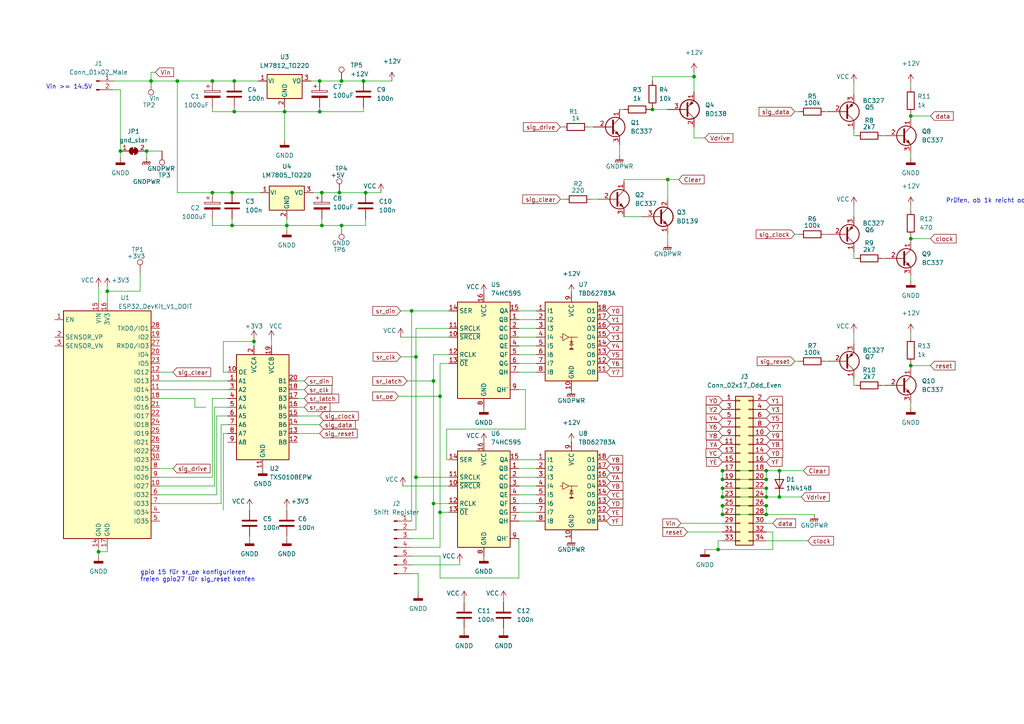
<source format=kicad_sch>
(kicad_sch (version 20211123) (generator eeschema)

  (uuid 80d89bc8-b809-4e58-bc5a-ab4fd0a46070)

  (paper "A4")

  

  (junction (at 67.31 65.405) (diameter 0) (color 0 0 0 0)
    (uuid 03d61a2b-abcd-4e97-a837-d1ebd4aa3d02)
  )
  (junction (at 61.595 23.495) (diameter 0) (color 0 0 0 0)
    (uuid 0a0d72ae-d11c-47d2-bf2c-107871a79d29)
  )
  (junction (at 99.06 23.495) (diameter 0) (color 0 0 0 0)
    (uuid 0bd68cfc-25fe-421f-9238-cc3891cc55d7)
  )
  (junction (at 209.55 136.525) (diameter 0) (color 0 0 0 0)
    (uuid 0ee9a6f9-733b-4eb5-9097-da08b625f4d0)
  )
  (junction (at 264.16 106.045) (diameter 0) (color 0 0 0 0)
    (uuid 1580fbc7-38b8-47f3-9bfd-55124a0fb65a)
  )
  (junction (at 209.55 144.145) (diameter 0) (color 0 0 0 0)
    (uuid 161a10ee-7b22-47c9-9e9c-53f177f13872)
  )
  (junction (at 93.345 55.88) (diameter 0) (color 0 0 0 0)
    (uuid 1674c21c-f029-4156-9d33-2a2e5a380493)
  )
  (junction (at 222.25 149.225) (diameter 0) (color 0 0 0 0)
    (uuid 18c71b36-e024-46e8-a54a-c9e48fc26834)
  )
  (junction (at 61.595 55.88) (diameter 0) (color 0 0 0 0)
    (uuid 2300b859-a34e-497a-b2f3-8add8d046207)
  )
  (junction (at 209.55 141.605) (diameter 0) (color 0 0 0 0)
    (uuid 262c933e-72b6-4ba0-8ef7-b5b9c2407842)
  )
  (junction (at 125.73 146.05) (diameter 0) (color 0 0 0 0)
    (uuid 29a95051-0792-43f5-b2ee-edadcea3d6e1)
  )
  (junction (at 82.55 32.385) (diameter 0) (color 0 0 0 0)
    (uuid 29ea344a-3b9f-4d88-9599-a366f70a516d)
  )
  (junction (at 43.815 23.495) (diameter 0) (color 0 0 0 0)
    (uuid 2cb6c0df-bad4-435b-a872-ea8a2a54cdc7)
  )
  (junction (at 193.675 52.07) (diameter 0) (color 0 0 0 0)
    (uuid 31e57640-6623-442a-b674-48bc3b40ca71)
  )
  (junction (at 222.25 136.525) (diameter 0) (color 0 0 0 0)
    (uuid 32d2e4c2-6947-4e2f-9e34-508e77d02374)
  )
  (junction (at 189.23 31.75) (diameter 0) (color 0 0 0 0)
    (uuid 3d62f834-74e4-468a-a15d-553824edaedd)
  )
  (junction (at 222.25 144.145) (diameter 0) (color 0 0 0 0)
    (uuid 44b5058c-a197-4b73-b41a-38e734a5e3eb)
  )
  (junction (at 264.16 33.655) (diameter 0) (color 0 0 0 0)
    (uuid 47a0f057-4773-4f4c-9d58-68e0aa1f0d84)
  )
  (junction (at 120.65 138.43) (diameter 0) (color 0 0 0 0)
    (uuid 4fdc15c2-b25a-44d1-b5ef-569144e9b4c9)
  )
  (junction (at 67.945 32.385) (diameter 0) (color 0 0 0 0)
    (uuid 56dc401e-3e88-4ea1-a5a0-a9568b75be97)
  )
  (junction (at 209.55 146.685) (diameter 0) (color 0 0 0 0)
    (uuid 662aa996-ff67-4eba-93ee-57ffc8d1630b)
  )
  (junction (at 92.71 23.495) (diameter 0) (color 0 0 0 0)
    (uuid 6815f41c-593b-43b0-9179-ba5a1b3741f8)
  )
  (junction (at 92.71 32.385) (diameter 0) (color 0 0 0 0)
    (uuid 70d2a342-79ba-4299-bac6-66851fc9598d)
  )
  (junction (at 209.55 149.225) (diameter 0) (color 0 0 0 0)
    (uuid 71b08e21-22a5-44a8-b29b-5c553d5a1a83)
  )
  (junction (at 222.25 139.065) (diameter 0) (color 0 0 0 0)
    (uuid 74308b4c-b926-4f71-a496-f43c340efb08)
  )
  (junction (at 34.925 43.815) (diameter 0) (color 0 0 0 0)
    (uuid 7565d38a-47ae-492d-aa2d-71ec9545c80f)
  )
  (junction (at 31.115 84.455) (diameter 0) (color 0 0 0 0)
    (uuid 7a0ce641-3e5f-435f-a773-931c3b1227ff)
  )
  (junction (at 93.345 65.405) (diameter 0) (color 0 0 0 0)
    (uuid 800df61a-c839-4ae2-9776-1c907dac8c19)
  )
  (junction (at 28.575 160.02) (diameter 0) (color 0 0 0 0)
    (uuid 8041ca59-ad9d-45e6-92de-4eaac532cf61)
  )
  (junction (at 226.06 144.145) (diameter 0) (color 0 0 0 0)
    (uuid 8510aa39-4c8f-46a4-b9e8-70869cf81d16)
  )
  (junction (at 125.73 110.49) (diameter 0) (color 0 0 0 0)
    (uuid 8e6813e0-724e-47e2-874c-9fc1828de9af)
  )
  (junction (at 67.945 23.495) (diameter 0) (color 0 0 0 0)
    (uuid 9140f8ef-b42b-491b-adca-37141dbefe8c)
  )
  (junction (at 73.66 99.06) (diameter 0) (color 0 0 0 0)
    (uuid 9f9f60ad-533a-44df-aa09-312f8817d3b2)
  )
  (junction (at 67.31 55.88) (diameter 0) (color 0 0 0 0)
    (uuid a3287ac3-eccb-4911-b32f-8fe846d3494e)
  )
  (junction (at 127.635 148.59) (diameter 0) (color 0 0 0 0)
    (uuid a5e8ce99-318a-4cb8-b020-c55886449336)
  )
  (junction (at 42.545 43.815) (diameter 0) (color 0 0 0 0)
    (uuid a99e3efe-2666-4390-b32b-2b38de17d460)
  )
  (junction (at 127.635 114.935) (diameter 0) (color 0 0 0 0)
    (uuid adac86a2-d060-40a4-8571-9fb35e3bb6b2)
  )
  (junction (at 99.06 65.405) (diameter 0) (color 0 0 0 0)
    (uuid b198b2d3-2370-4f1c-81e7-64453a1ac5b2)
  )
  (junction (at 83.185 65.405) (diameter 0) (color 0 0 0 0)
    (uuid b36f3659-8959-45bf-a984-dd34ffb12e95)
  )
  (junction (at 209.55 139.065) (diameter 0) (color 0 0 0 0)
    (uuid bb220b4e-1f14-461e-b9e5-cd475f011c41)
  )
  (junction (at 120.65 103.505) (diameter 0) (color 0 0 0 0)
    (uuid bd9d809b-2c43-449d-a4e3-77e2e87763da)
  )
  (junction (at 222.25 146.685) (diameter 0) (color 0 0 0 0)
    (uuid c68a64ca-7dc5-4a86-aa51-353d74916d24)
  )
  (junction (at 106.045 55.88) (diameter 0) (color 0 0 0 0)
    (uuid c6d7d5ca-ee84-4a75-a850-af840f3d2d00)
  )
  (junction (at 201.295 22.225) (diameter 0) (color 0 0 0 0)
    (uuid cc338c22-e0af-458c-bdbc-32a8e93a8314)
  )
  (junction (at 264.16 69.215) (diameter 0) (color 0 0 0 0)
    (uuid cdd83089-470f-41ea-b88a-ff3dcbbfe16c)
  )
  (junction (at 98.425 55.88) (diameter 0) (color 0 0 0 0)
    (uuid ced0c5a3-f0f8-4d7b-9e99-76ea11f94bdb)
  )
  (junction (at 208.28 159.385) (diameter 0) (color 0 0 0 0)
    (uuid d3216c8a-1736-4439-8053-e7f15f85ecb0)
  )
  (junction (at 222.25 141.605) (diameter 0) (color 0 0 0 0)
    (uuid e14abb2a-f63c-43d6-83da-9affc0987943)
  )
  (junction (at 51.435 23.495) (diameter 0) (color 0 0 0 0)
    (uuid e8b499cc-63d4-418d-a0e3-3b0edcbf0124)
  )
  (junction (at 226.06 136.525) (diameter 0) (color 0 0 0 0)
    (uuid ebaee278-ea46-443c-b535-95069f8a9fef)
  )
  (junction (at 105.41 23.495) (diameter 0) (color 0 0 0 0)
    (uuid f4849bb7-199f-4377-899e-5661ecacab0f)
  )
  (junction (at 119.38 90.17) (diameter 0) (color 0 0 0 0)
    (uuid f960ce81-67e2-423d-a71d-8a3a2640c64f)
  )

  (wire (pts (xy 120.65 153.67) (xy 119.38 153.67))
    (stroke (width 0) (type default) (color 0 0 0 0))
    (uuid 0171ab37-7acd-429a-a7da-7212daaf2961)
  )
  (wire (pts (xy 264.16 44.45) (xy 264.16 45.72))
    (stroke (width 0) (type default) (color 0 0 0 0))
    (uuid 018515c2-03e3-4de5-b13c-c0a4c0fd29ca)
  )
  (wire (pts (xy 86.36 113.03) (xy 88.265 113.03))
    (stroke (width 0) (type default) (color 0 0 0 0))
    (uuid 018da33a-ad14-407e-9df6-60b687972890)
  )
  (wire (pts (xy 86.36 123.19) (xy 92.71 123.19))
    (stroke (width 0) (type default) (color 0 0 0 0))
    (uuid 01ed6396-b8da-4070-878e-5ccc8dc9c875)
  )
  (wire (pts (xy 127.635 114.935) (xy 127.635 105.41))
    (stroke (width 0) (type default) (color 0 0 0 0))
    (uuid 028c11de-cc03-472d-8e08-3e2278c237d1)
  )
  (wire (pts (xy 116.205 103.505) (xy 120.65 103.505))
    (stroke (width 0) (type default) (color 0 0 0 0))
    (uuid 033e5e43-2be3-44a2-8a71-a604c3ee65c4)
  )
  (wire (pts (xy 133.35 163.83) (xy 133.35 163.195))
    (stroke (width 0) (type default) (color 0 0 0 0))
    (uuid 04a79605-9b48-4618-a006-72d0e7aa32ff)
  )
  (wire (pts (xy 127.635 158.75) (xy 127.635 148.59))
    (stroke (width 0) (type default) (color 0 0 0 0))
    (uuid 060a8235-4c3c-4603-ae24-4dc4232f7bfc)
  )
  (wire (pts (xy 64.135 146.05) (xy 64.135 123.19))
    (stroke (width 0) (type default) (color 0 0 0 0))
    (uuid 06bc59f1-1e4a-4d6d-b751-03b15a03be04)
  )
  (wire (pts (xy 92.71 32.385) (xy 82.55 32.385))
    (stroke (width 0) (type default) (color 0 0 0 0))
    (uuid 06c757dd-648c-4831-a5bf-b09ce6c877c0)
  )
  (wire (pts (xy 73.66 99.06) (xy 64.77 99.06))
    (stroke (width 0) (type default) (color 0 0 0 0))
    (uuid 073ecde1-b64a-4225-81ac-5f4bee4b2ae3)
  )
  (wire (pts (xy 72.39 155.575) (xy 72.39 156.21))
    (stroke (width 0) (type default) (color 0 0 0 0))
    (uuid 0b01debe-59bd-4aa4-af84-8e6bb8018975)
  )
  (wire (pts (xy 150.495 140.97) (xy 155.575 140.97))
    (stroke (width 0) (type default) (color 0 0 0 0))
    (uuid 0b8644da-6c48-459b-81f4-0d15cfb97cab)
  )
  (wire (pts (xy 92.71 23.495) (xy 99.06 23.495))
    (stroke (width 0) (type default) (color 0 0 0 0))
    (uuid 0bc3de64-b131-4968-9781-4bbd628c0f2a)
  )
  (wire (pts (xy 248.285 39.37) (xy 247.65 39.37))
    (stroke (width 0) (type default) (color 0 0 0 0))
    (uuid 0bf0b103-982b-4edb-8f3c-31b39c59173e)
  )
  (wire (pts (xy 61.595 32.385) (xy 61.595 31.115))
    (stroke (width 0) (type default) (color 0 0 0 0))
    (uuid 0bf99f6b-d6b1-4e85-977b-1eb74d487d62)
  )
  (wire (pts (xy 189.23 31.115) (xy 189.23 31.75))
    (stroke (width 0) (type default) (color 0 0 0 0))
    (uuid 0cd8465a-20a9-428e-a805-78b75348686f)
  )
  (wire (pts (xy 130.175 102.87) (xy 125.73 102.87))
    (stroke (width 0) (type default) (color 0 0 0 0))
    (uuid 0cdf8d28-c281-49de-8dce-5641a535029f)
  )
  (wire (pts (xy 62.865 120.65) (xy 62.865 143.51))
    (stroke (width 0) (type default) (color 0 0 0 0))
    (uuid 0ce30d4a-98ca-4f44-9194-9c4d52de1ec4)
  )
  (wire (pts (xy 86.36 110.49) (xy 88.265 110.49))
    (stroke (width 0) (type default) (color 0 0 0 0))
    (uuid 0d36ac52-396e-48e3-8392-93f9612cc854)
  )
  (wire (pts (xy 248.285 74.93) (xy 247.65 74.93))
    (stroke (width 0) (type default) (color 0 0 0 0))
    (uuid 0ed40224-3214-4204-b4dc-4d82d2408c00)
  )
  (wire (pts (xy 83.185 65.405) (xy 83.185 66.675))
    (stroke (width 0) (type default) (color 0 0 0 0))
    (uuid 10331b36-1e2d-49e5-8557-8a253a513ff9)
  )
  (wire (pts (xy 99.06 65.405) (xy 93.345 65.405))
    (stroke (width 0) (type default) (color 0 0 0 0))
    (uuid 103b02c5-81ee-45b5-b2c7-46b659b0aa56)
  )
  (wire (pts (xy 67.945 32.385) (xy 61.595 32.385))
    (stroke (width 0) (type default) (color 0 0 0 0))
    (uuid 1053d421-e340-4f03-a5a1-a855dac6fffd)
  )
  (wire (pts (xy 31.115 84.455) (xy 31.115 87.63))
    (stroke (width 0) (type default) (color 0 0 0 0))
    (uuid 10acd3a6-f2b2-4c66-a9bf-c4fbb84a9a90)
  )
  (wire (pts (xy 42.545 43.815) (xy 42.545 45.72))
    (stroke (width 0) (type default) (color 0 0 0 0))
    (uuid 17a8d555-3988-483a-8a2a-6e94db2fbf51)
  )
  (wire (pts (xy 264.16 116.84) (xy 264.16 118.11))
    (stroke (width 0) (type default) (color 0 0 0 0))
    (uuid 1ad1ee19-6da4-42de-9355-7e382a2cbdb4)
  )
  (wire (pts (xy 201.295 26.67) (xy 201.295 22.225))
    (stroke (width 0) (type default) (color 0 0 0 0))
    (uuid 1afcbe6c-1b42-494c-9f7a-d115602d9a9a)
  )
  (wire (pts (xy 118.11 110.49) (xy 125.73 110.49))
    (stroke (width 0) (type default) (color 0 0 0 0))
    (uuid 1bc588c6-924b-448a-a2a8-213258a41d82)
  )
  (wire (pts (xy 226.06 144.145) (xy 232.41 144.145))
    (stroke (width 0) (type default) (color 0 0 0 0))
    (uuid 1c50113e-3b89-42ea-b455-5213e5ee1482)
  )
  (wire (pts (xy 264.16 33.655) (xy 264.16 34.29))
    (stroke (width 0) (type default) (color 0 0 0 0))
    (uuid 1d48afd6-512a-495b-a043-15e44e76246e)
  )
  (wire (pts (xy 150.495 146.05) (xy 155.575 146.05))
    (stroke (width 0) (type default) (color 0 0 0 0))
    (uuid 1e8b3a30-e213-46e6-a855-309d5dc769a5)
  )
  (wire (pts (xy 83.185 63.5) (xy 83.185 65.405))
    (stroke (width 0) (type default) (color 0 0 0 0))
    (uuid 1f9c38f6-3cc6-4b48-b086-4be23ad5fe90)
  )
  (wire (pts (xy 247.65 24.13) (xy 247.65 27.305))
    (stroke (width 0) (type default) (color 0 0 0 0))
    (uuid 216326a2-8477-4b52-863f-684539c94e1b)
  )
  (wire (pts (xy 239.395 32.385) (xy 240.03 32.385))
    (stroke (width 0) (type default) (color 0 0 0 0))
    (uuid 2281516c-12c6-4f71-a4d7-1c10a4eb045f)
  )
  (wire (pts (xy 40.64 84.455) (xy 31.115 84.455))
    (stroke (width 0) (type default) (color 0 0 0 0))
    (uuid 23782758-29b6-402c-ad29-a1d0a5a77ebe)
  )
  (wire (pts (xy 163.195 36.83) (xy 162.56 36.83))
    (stroke (width 0) (type default) (color 0 0 0 0))
    (uuid 24f3323b-ff04-4161-991f-3de863941c4b)
  )
  (wire (pts (xy 61.595 63.5) (xy 61.595 65.405))
    (stroke (width 0) (type default) (color 0 0 0 0))
    (uuid 265ecac5-9499-43ab-99bc-5c72917e4ca4)
  )
  (wire (pts (xy 46.355 138.43) (xy 61.595 138.43))
    (stroke (width 0) (type default) (color 0 0 0 0))
    (uuid 269fc16b-a1ed-4714-a09f-07f0146a81a3)
  )
  (wire (pts (xy 66.04 115.57) (xy 61.595 115.57))
    (stroke (width 0) (type default) (color 0 0 0 0))
    (uuid 29b7491b-11c6-4b03-8086-840cba8b3520)
  )
  (wire (pts (xy 150.495 92.71) (xy 155.575 92.71))
    (stroke (width 0) (type default) (color 0 0 0 0))
    (uuid 29eab619-690f-40eb-9cc2-f91e8d04312a)
  )
  (wire (pts (xy 150.495 133.35) (xy 155.575 133.35))
    (stroke (width 0) (type default) (color 0 0 0 0))
    (uuid 2a8b1789-6de2-4c22-b310-1a13f445ea38)
  )
  (wire (pts (xy 189.23 31.75) (xy 193.675 31.75))
    (stroke (width 0) (type default) (color 0 0 0 0))
    (uuid 2bd17819-1de8-42fb-8a2c-cbf38026b94d)
  )
  (wire (pts (xy 45.085 20.955) (xy 43.815 20.955))
    (stroke (width 0) (type default) (color 0 0 0 0))
    (uuid 2d083d33-5a5b-4490-a829-b4ba31c3d35a)
  )
  (wire (pts (xy 90.805 55.88) (xy 93.345 55.88))
    (stroke (width 0) (type default) (color 0 0 0 0))
    (uuid 2edb418f-c7a3-4348-9757-d7ddf42b2325)
  )
  (wire (pts (xy 106.045 63.5) (xy 106.045 65.405))
    (stroke (width 0) (type default) (color 0 0 0 0))
    (uuid 2ff923a5-3e65-4c5b-a8da-a3d43df967d8)
  )
  (wire (pts (xy 28.575 83.185) (xy 28.575 87.63))
    (stroke (width 0) (type default) (color 0 0 0 0))
    (uuid 312cb0c0-832a-432b-9ccf-92cc754f3d3c)
  )
  (wire (pts (xy 171.45 57.785) (xy 173.355 57.785))
    (stroke (width 0) (type default) (color 0 0 0 0))
    (uuid 34d234de-1b5f-432a-b5e8-57ee0e449662)
  )
  (wire (pts (xy 127.635 161.29) (xy 119.38 161.29))
    (stroke (width 0) (type default) (color 0 0 0 0))
    (uuid 368a786f-fcca-47f1-a18a-072f5369c5b5)
  )
  (wire (pts (xy 67.31 65.405) (xy 83.185 65.405))
    (stroke (width 0) (type default) (color 0 0 0 0))
    (uuid 37624d33-07e9-437d-ba18-bd2647cb98f3)
  )
  (wire (pts (xy 73.66 98.425) (xy 73.66 99.06))
    (stroke (width 0) (type default) (color 0 0 0 0))
    (uuid 380110a9-c9fd-490c-a19f-2af95e767a3c)
  )
  (wire (pts (xy 222.25 156.845) (xy 234.315 156.845))
    (stroke (width 0) (type default) (color 0 0 0 0))
    (uuid 382416ee-92db-493d-81a9-9aaca4dcef3e)
  )
  (wire (pts (xy 239.395 67.945) (xy 240.03 67.945))
    (stroke (width 0) (type default) (color 0 0 0 0))
    (uuid 3898a68d-02e5-4501-84ff-a6ae08f790de)
  )
  (wire (pts (xy 83.185 147.32) (xy 83.185 147.955))
    (stroke (width 0) (type default) (color 0 0 0 0))
    (uuid 397bec90-e045-4d8a-9136-1f2939d4914a)
  )
  (wire (pts (xy 119.38 166.37) (xy 121.285 166.37))
    (stroke (width 0) (type default) (color 0 0 0 0))
    (uuid 3bbe7b9f-84c8-463f-a25c-db7e81a9de65)
  )
  (wire (pts (xy 127.635 148.59) (xy 127.635 114.935))
    (stroke (width 0) (type default) (color 0 0 0 0))
    (uuid 3bbf68ea-7ed7-41fa-ab37-bac2a0b6cdcf)
  )
  (wire (pts (xy 62.23 118.11) (xy 66.04 118.11))
    (stroke (width 0) (type default) (color 0 0 0 0))
    (uuid 3c68a9f5-e5e4-4fb5-8485-d346ab9df0a4)
  )
  (wire (pts (xy 106.045 55.88) (xy 110.49 55.88))
    (stroke (width 0) (type default) (color 0 0 0 0))
    (uuid 3d42c53d-63e5-4e4c-9b19-6db8f302d5ce)
  )
  (wire (pts (xy 224.155 159.385) (xy 208.28 159.385))
    (stroke (width 0) (type default) (color 0 0 0 0))
    (uuid 3d7ab83e-571c-4c95-baf0-e150a9f110dc)
  )
  (wire (pts (xy 46.355 146.05) (xy 64.135 146.05))
    (stroke (width 0) (type default) (color 0 0 0 0))
    (uuid 3f92db0e-37e8-4e6b-8ddb-77f86a17cfa8)
  )
  (wire (pts (xy 152.4 124.46) (xy 129.54 124.46))
    (stroke (width 0) (type default) (color 0 0 0 0))
    (uuid 3fe9a48b-78df-437a-8e66-5eedbd0469ad)
  )
  (wire (pts (xy 264.16 96.52) (xy 264.16 97.79))
    (stroke (width 0) (type default) (color 0 0 0 0))
    (uuid 4236ef43-ec1a-45ad-be89-091257bfcc41)
  )
  (wire (pts (xy 93.345 55.88) (xy 98.425 55.88))
    (stroke (width 0) (type default) (color 0 0 0 0))
    (uuid 46b09a85-042b-4d6a-8ba0-a7b9fa7f3c3b)
  )
  (wire (pts (xy 61.595 55.88) (xy 67.31 55.88))
    (stroke (width 0) (type default) (color 0 0 0 0))
    (uuid 46ee6bd4-13c7-46a5-b915-8cad87229b73)
  )
  (wire (pts (xy 255.905 74.93) (xy 256.54 74.93))
    (stroke (width 0) (type default) (color 0 0 0 0))
    (uuid 47c27c37-a56d-4a02-a656-4f1b3991cd61)
  )
  (wire (pts (xy 222.25 149.225) (xy 236.22 149.225))
    (stroke (width 0) (type default) (color 0 0 0 0))
    (uuid 47c3290a-9e30-48db-b33d-c84034fcef6a)
  )
  (wire (pts (xy 230.505 32.385) (xy 231.775 32.385))
    (stroke (width 0) (type default) (color 0 0 0 0))
    (uuid 4ba71937-e3d3-4510-af40-ec8e5b6c6d70)
  )
  (wire (pts (xy 134.62 182.245) (xy 134.62 182.88))
    (stroke (width 0) (type default) (color 0 0 0 0))
    (uuid 5177750f-571c-4f6b-a308-cd29b5a4c5aa)
  )
  (wire (pts (xy 119.38 158.75) (xy 127.635 158.75))
    (stroke (width 0) (type default) (color 0 0 0 0))
    (uuid 51ab0f02-00d8-481a-8497-e42db0a857a0)
  )
  (wire (pts (xy 264.16 59.69) (xy 264.16 60.96))
    (stroke (width 0) (type default) (color 0 0 0 0))
    (uuid 52e4bd15-3e6c-41b2-b4a2-7f2c0ec17451)
  )
  (wire (pts (xy 125.73 110.49) (xy 125.73 146.05))
    (stroke (width 0) (type default) (color 0 0 0 0))
    (uuid 5437e978-e155-4251-be05-1f8f1da457ff)
  )
  (wire (pts (xy 51.435 55.88) (xy 61.595 55.88))
    (stroke (width 0) (type default) (color 0 0 0 0))
    (uuid 55b2f02e-86b7-4438-bb56-53252363e756)
  )
  (wire (pts (xy 180.975 62.865) (xy 186.055 62.865))
    (stroke (width 0) (type default) (color 0 0 0 0))
    (uuid 56cc0992-caaa-4886-b3a0-83569530e5fd)
  )
  (wire (pts (xy 150.495 97.79) (xy 155.575 97.79))
    (stroke (width 0) (type default) (color 0 0 0 0))
    (uuid 5898dbdf-9a1b-4f4c-b476-84e70029b143)
  )
  (wire (pts (xy 222.25 151.765) (xy 224.155 151.765))
    (stroke (width 0) (type default) (color 0 0 0 0))
    (uuid 590b9b69-fddf-4bb0-97b9-514d4d5361b7)
  )
  (wire (pts (xy 209.55 139.065) (xy 222.25 139.065))
    (stroke (width 0) (type default) (color 0 0 0 0))
    (uuid 595e677f-ac79-4337-a30d-5791a17105ba)
  )
  (wire (pts (xy 64.77 125.73) (xy 64.77 147.955))
    (stroke (width 0) (type default) (color 0 0 0 0))
    (uuid 5a4d465d-e2fd-4ae8-aada-5d54b185331b)
  )
  (wire (pts (xy 82.55 32.385) (xy 67.945 32.385))
    (stroke (width 0) (type default) (color 0 0 0 0))
    (uuid 5a5ff805-77b4-4bff-9d87-bdd612c244af)
  )
  (wire (pts (xy 209.55 136.525) (xy 209.55 139.065))
    (stroke (width 0) (type default) (color 0 0 0 0))
    (uuid 5ba91c52-00e1-4a15-8118-4fb044fd7750)
  )
  (wire (pts (xy 180.975 52.07) (xy 180.975 52.705))
    (stroke (width 0) (type default) (color 0 0 0 0))
    (uuid 5daf7a98-fd2c-4c75-acf8-45bdfe325cd8)
  )
  (wire (pts (xy 224.155 154.305) (xy 224.155 159.385))
    (stroke (width 0) (type default) (color 0 0 0 0))
    (uuid 5e868172-3b0f-454a-8563-e61f7c4a96a5)
  )
  (wire (pts (xy 150.495 107.95) (xy 155.575 107.95))
    (stroke (width 0) (type default) (color 0 0 0 0))
    (uuid 5e921594-9080-46cf-a6f9-5c882aa7cc89)
  )
  (wire (pts (xy 189.23 22.225) (xy 189.23 23.495))
    (stroke (width 0) (type default) (color 0 0 0 0))
    (uuid 5ee0e005-6265-484f-9888-1738e2b8623c)
  )
  (wire (pts (xy 46.355 143.51) (xy 62.865 143.51))
    (stroke (width 0) (type default) (color 0 0 0 0))
    (uuid 60442db8-a728-4082-95ae-faba7332ddf2)
  )
  (wire (pts (xy 264.16 69.215) (xy 264.16 69.85))
    (stroke (width 0) (type default) (color 0 0 0 0))
    (uuid 616a7bc1-6ce1-47b7-95ec-6141d1f9fa34)
  )
  (wire (pts (xy 106.045 65.405) (xy 99.06 65.405))
    (stroke (width 0) (type default) (color 0 0 0 0))
    (uuid 62228e7c-6ee0-4568-b2e9-0ae3033d5d12)
  )
  (wire (pts (xy 209.55 141.605) (xy 222.25 141.605))
    (stroke (width 0) (type default) (color 0 0 0 0))
    (uuid 6443195e-942a-4781-9567-1dda5236a4ce)
  )
  (wire (pts (xy 34.925 26.035) (xy 33.02 26.035))
    (stroke (width 0) (type default) (color 0 0 0 0))
    (uuid 66205764-6d44-40a9-ab49-e9523492b6d3)
  )
  (wire (pts (xy 152.4 113.03) (xy 152.4 124.46))
    (stroke (width 0) (type default) (color 0 0 0 0))
    (uuid 67448d02-c24a-4fbd-86eb-62b4afaaf281)
  )
  (wire (pts (xy 43.815 23.495) (xy 51.435 23.495))
    (stroke (width 0) (type default) (color 0 0 0 0))
    (uuid 67b0d133-e14b-4b56-ad3d-b8acfd41fa33)
  )
  (wire (pts (xy 193.675 57.785) (xy 193.675 52.07))
    (stroke (width 0) (type default) (color 0 0 0 0))
    (uuid 67c4261e-1840-4307-a0ce-db8fec9bf59d)
  )
  (wire (pts (xy 46.355 135.89) (xy 50.165 135.89))
    (stroke (width 0) (type default) (color 0 0 0 0))
    (uuid 6818933f-696e-4b70-82de-b50bba43ab40)
  )
  (wire (pts (xy 125.73 102.87) (xy 125.73 110.49))
    (stroke (width 0) (type default) (color 0 0 0 0))
    (uuid 686e83b9-e037-49c8-ad11-c8c19317d5b9)
  )
  (wire (pts (xy 129.54 133.35) (xy 130.175 133.35))
    (stroke (width 0) (type default) (color 0 0 0 0))
    (uuid 6a278671-bb57-4d7f-93da-25ff82bbdce9)
  )
  (wire (pts (xy 230.505 104.775) (xy 231.775 104.775))
    (stroke (width 0) (type default) (color 0 0 0 0))
    (uuid 6a7581f1-19a0-44c2-b4ea-07d8e0fcccab)
  )
  (wire (pts (xy 105.41 32.385) (xy 92.71 32.385))
    (stroke (width 0) (type default) (color 0 0 0 0))
    (uuid 6b6a1787-eca0-44e3-bb15-f34a837dff7b)
  )
  (wire (pts (xy 222.25 141.605) (xy 222.25 144.145))
    (stroke (width 0) (type default) (color 0 0 0 0))
    (uuid 6b8df514-4e70-4053-b285-3466d197fa8e)
  )
  (wire (pts (xy 61.595 115.57) (xy 61.595 138.43))
    (stroke (width 0) (type default) (color 0 0 0 0))
    (uuid 6ba19dc2-dcae-4ffc-896d-cab4a78feb27)
  )
  (wire (pts (xy 31.115 83.185) (xy 31.115 84.455))
    (stroke (width 0) (type default) (color 0 0 0 0))
    (uuid 6cd6a7a3-8966-414b-860d-702e644cbd71)
  )
  (wire (pts (xy 209.55 149.225) (xy 222.25 149.225))
    (stroke (width 0) (type default) (color 0 0 0 0))
    (uuid 6f403bf0-b994-491b-865a-1df4622b3495)
  )
  (wire (pts (xy 264.16 106.045) (xy 264.16 106.68))
    (stroke (width 0) (type default) (color 0 0 0 0))
    (uuid 6f73bfc6-5a4c-4dc2-a227-6de1aa837a5e)
  )
  (wire (pts (xy 56.515 118.11) (xy 59.69 118.11))
    (stroke (width 0) (type default) (color 0 0 0 0))
    (uuid 705d9097-9b0d-4c5f-a5ab-8c65d009b953)
  )
  (wire (pts (xy 67.31 63.5) (xy 67.31 65.405))
    (stroke (width 0) (type default) (color 0 0 0 0))
    (uuid 708cee4c-2a3c-48cd-a0eb-32d5a0f1ceff)
  )
  (wire (pts (xy 83.185 155.575) (xy 83.185 156.21))
    (stroke (width 0) (type default) (color 0 0 0 0))
    (uuid 70b436af-3a78-425e-99d8-c4b6cbcd7064)
  )
  (wire (pts (xy 115.57 114.935) (xy 127.635 114.935))
    (stroke (width 0) (type default) (color 0 0 0 0))
    (uuid 7459d32d-f597-4b69-a493-d44c833c9173)
  )
  (wire (pts (xy 209.55 146.685) (xy 209.55 149.225))
    (stroke (width 0) (type default) (color 0 0 0 0))
    (uuid 7632e4cf-d494-4b4c-988c-45ae2ee45d4b)
  )
  (wire (pts (xy 264.16 33.02) (xy 264.16 33.655))
    (stroke (width 0) (type default) (color 0 0 0 0))
    (uuid 76ca19e4-abe4-4901-8b82-7c2c26e8bc13)
  )
  (wire (pts (xy 105.41 23.495) (xy 113.665 23.495))
    (stroke (width 0) (type default) (color 0 0 0 0))
    (uuid 783702b8-a19d-4c24-9f0d-bab179115366)
  )
  (wire (pts (xy 42.545 43.815) (xy 46.99 43.815))
    (stroke (width 0) (type default) (color 0 0 0 0))
    (uuid 7933fe5e-bc60-4dea-8dec-86c4d68edae8)
  )
  (wire (pts (xy 150.495 156.21) (xy 150.495 167.64))
    (stroke (width 0) (type default) (color 0 0 0 0))
    (uuid 7d0dfdb4-86c6-4d43-955e-e4a55b90e5c3)
  )
  (wire (pts (xy 40.64 79.375) (xy 40.64 84.455))
    (stroke (width 0) (type default) (color 0 0 0 0))
    (uuid 7eb13d2d-cd62-4721-a598-1290a4867e85)
  )
  (wire (pts (xy 150.495 138.43) (xy 155.575 138.43))
    (stroke (width 0) (type default) (color 0 0 0 0))
    (uuid 7eb96ad3-29fd-4b01-ba4f-5c1bb4e170e1)
  )
  (wire (pts (xy 134.62 173.99) (xy 134.62 174.625))
    (stroke (width 0) (type default) (color 0 0 0 0))
    (uuid 7ebf7075-7bdc-4f37-aab2-6bac1a336833)
  )
  (wire (pts (xy 99.06 23.495) (xy 105.41 23.495))
    (stroke (width 0) (type default) (color 0 0 0 0))
    (uuid 7f2e3854-4c0d-41e8-a91e-c14b523b197a)
  )
  (wire (pts (xy 150.495 100.33) (xy 155.575 100.33))
    (stroke (width 0) (type default) (color 0 0 0 0))
    (uuid 805df14c-dd12-4ea1-932f-320275d021fa)
  )
  (wire (pts (xy 46.355 115.57) (xy 56.515 115.57))
    (stroke (width 0) (type default) (color 0 0 0 0))
    (uuid 82d961c3-a434-442d-8deb-8ec4373890fd)
  )
  (wire (pts (xy 179.705 41.91) (xy 179.705 45.085))
    (stroke (width 0) (type default) (color 0 0 0 0))
    (uuid 84f7265a-99ef-456f-9ac3-325fdeea13a4)
  )
  (wire (pts (xy 264.16 80.01) (xy 264.16 81.28))
    (stroke (width 0) (type default) (color 0 0 0 0))
    (uuid 850b879a-d6d9-45b5-8deb-79babffb8fe8)
  )
  (wire (pts (xy 90.17 23.495) (xy 92.71 23.495))
    (stroke (width 0) (type default) (color 0 0 0 0))
    (uuid 8521d2ea-1e6e-4355-b62e-45d892158a67)
  )
  (wire (pts (xy 204.47 159.385) (xy 208.28 159.385))
    (stroke (width 0) (type default) (color 0 0 0 0))
    (uuid 858107db-db9e-42c2-9bff-1a3c526c68a6)
  )
  (wire (pts (xy 116.84 140.97) (xy 130.175 140.97))
    (stroke (width 0) (type default) (color 0 0 0 0))
    (uuid 85a6b9e0-35d0-459c-83b0-7998429255dd)
  )
  (wire (pts (xy 125.73 146.05) (xy 125.73 156.21))
    (stroke (width 0) (type default) (color 0 0 0 0))
    (uuid 8603c220-907e-4209-8b30-c7e18e14b453)
  )
  (wire (pts (xy 129.54 124.46) (xy 129.54 133.35))
    (stroke (width 0) (type default) (color 0 0 0 0))
    (uuid 86a073d4-8cf7-4766-b6c6-91fc8dff211a)
  )
  (wire (pts (xy 208.28 159.385) (xy 208.28 156.845))
    (stroke (width 0) (type default) (color 0 0 0 0))
    (uuid 872055b8-73e5-4003-b906-380fc1fdedac)
  )
  (wire (pts (xy 46.355 113.03) (xy 66.04 113.03))
    (stroke (width 0) (type default) (color 0 0 0 0))
    (uuid 87ba2290-c1e3-4897-af0b-64f7494ade45)
  )
  (wire (pts (xy 197.485 151.765) (xy 209.55 151.765))
    (stroke (width 0) (type default) (color 0 0 0 0))
    (uuid 89455cb1-5724-49e7-800a-11435fd89420)
  )
  (wire (pts (xy 31.115 158.75) (xy 31.115 160.02))
    (stroke (width 0) (type default) (color 0 0 0 0))
    (uuid 8aa3b0e0-d66e-40c4-9189-fac4a359be9d)
  )
  (wire (pts (xy 150.495 151.13) (xy 155.575 151.13))
    (stroke (width 0) (type default) (color 0 0 0 0))
    (uuid 8b6f938b-f660-40e3-9d0b-c10fad9a568b)
  )
  (wire (pts (xy 248.285 111.76) (xy 247.65 111.76))
    (stroke (width 0) (type default) (color 0 0 0 0))
    (uuid 8b8538c4-c0a1-4ec3-9918-89c2da18d7e1)
  )
  (wire (pts (xy 78.74 98.425) (xy 78.74 100.33))
    (stroke (width 0) (type default) (color 0 0 0 0))
    (uuid 90a88a7e-0490-4a8f-b70c-92d0a3ba155e)
  )
  (wire (pts (xy 239.395 104.775) (xy 240.03 104.775))
    (stroke (width 0) (type default) (color 0 0 0 0))
    (uuid 92050885-77de-4dbb-b1c0-8074b20f0ad7)
  )
  (wire (pts (xy 64.135 123.19) (xy 66.04 123.19))
    (stroke (width 0) (type default) (color 0 0 0 0))
    (uuid 928db154-085e-407b-8ca4-b46950d5bb42)
  )
  (wire (pts (xy 120.65 103.505) (xy 120.65 138.43))
    (stroke (width 0) (type default) (color 0 0 0 0))
    (uuid 92c43f9e-a6bb-4e7c-bc50-ff5dd5de760f)
  )
  (wire (pts (xy 222.25 144.145) (xy 226.06 144.145))
    (stroke (width 0) (type default) (color 0 0 0 0))
    (uuid 938d1b33-2709-4876-a4db-788569b218a8)
  )
  (wire (pts (xy 64.77 107.95) (xy 66.04 107.95))
    (stroke (width 0) (type default) (color 0 0 0 0))
    (uuid 93a4d88e-bc96-4dfa-9e44-3eb80a73e779)
  )
  (wire (pts (xy 222.25 136.525) (xy 222.25 139.065))
    (stroke (width 0) (type default) (color 0 0 0 0))
    (uuid 97f949d9-5feb-4fc6-ad1e-2ce37c503179)
  )
  (wire (pts (xy 105.41 31.115) (xy 105.41 32.385))
    (stroke (width 0) (type default) (color 0 0 0 0))
    (uuid 981d2819-63d9-4641-95e1-e8a734fd78c0)
  )
  (wire (pts (xy 247.65 59.69) (xy 247.65 62.865))
    (stroke (width 0) (type default) (color 0 0 0 0))
    (uuid 98f7daa8-6b05-44c2-8d46-bd4da99370b0)
  )
  (wire (pts (xy 43.815 20.955) (xy 43.815 23.495))
    (stroke (width 0) (type default) (color 0 0 0 0))
    (uuid 996ab8b0-eba3-4863-9ce7-48af80a42d6c)
  )
  (wire (pts (xy 67.31 55.88) (xy 75.565 55.88))
    (stroke (width 0) (type default) (color 0 0 0 0))
    (uuid 99e1ea36-909d-4ba3-aacd-8122483bf661)
  )
  (wire (pts (xy 150.495 167.64) (xy 127.635 167.64))
    (stroke (width 0) (type default) (color 0 0 0 0))
    (uuid 9e2754fc-0d4f-438d-9191-2c0a4fc6e6a4)
  )
  (wire (pts (xy 264.16 33.655) (xy 269.875 33.655))
    (stroke (width 0) (type default) (color 0 0 0 0))
    (uuid 9ef71133-0280-45ff-ae15-1a3cd7c163fc)
  )
  (wire (pts (xy 222.25 136.525) (xy 226.06 136.525))
    (stroke (width 0) (type default) (color 0 0 0 0))
    (uuid 9ff7da25-ceaa-4f88-8e32-8cc80b8562ad)
  )
  (wire (pts (xy 46.355 140.97) (xy 62.23 140.97))
    (stroke (width 0) (type default) (color 0 0 0 0))
    (uuid a156f89a-6f27-4fc9-81fa-2b954353981f)
  )
  (wire (pts (xy 146.05 182.245) (xy 146.05 182.88))
    (stroke (width 0) (type default) (color 0 0 0 0))
    (uuid a1cffb09-cc31-4c18-85ad-1768f0ef954e)
  )
  (wire (pts (xy 193.675 52.07) (xy 180.975 52.07))
    (stroke (width 0) (type default) (color 0 0 0 0))
    (uuid a2527cfc-0995-4609-b9da-8b5652c1decb)
  )
  (wire (pts (xy 67.945 23.495) (xy 74.93 23.495))
    (stroke (width 0) (type default) (color 0 0 0 0))
    (uuid a2d4d7a2-e257-4938-8ec4-fb459931a86b)
  )
  (wire (pts (xy 119.38 90.17) (xy 130.175 90.17))
    (stroke (width 0) (type default) (color 0 0 0 0))
    (uuid a34a6b65-50c5-49d3-870a-d9aece34fd5e)
  )
  (wire (pts (xy 33.02 23.495) (xy 43.815 23.495))
    (stroke (width 0) (type default) (color 0 0 0 0))
    (uuid a3e34f36-98cc-4876-9aba-f8f0c4324c32)
  )
  (wire (pts (xy 67.945 31.115) (xy 67.945 32.385))
    (stroke (width 0) (type default) (color 0 0 0 0))
    (uuid a5920bbf-fa89-490d-8804-2f9ce7d446ad)
  )
  (wire (pts (xy 180.975 31.75) (xy 179.705 31.75))
    (stroke (width 0) (type default) (color 0 0 0 0))
    (uuid ab38ac8c-d772-4e31-8ef8-dea419571927)
  )
  (wire (pts (xy 208.28 156.845) (xy 209.55 156.845))
    (stroke (width 0) (type default) (color 0 0 0 0))
    (uuid ad9ec1bf-2c27-41d7-9ab0-2b6ec57d31f5)
  )
  (wire (pts (xy 56.515 115.57) (xy 56.515 118.11))
    (stroke (width 0) (type default) (color 0 0 0 0))
    (uuid af34e542-efa1-4567-9311-f9b86dbdd198)
  )
  (wire (pts (xy 34.925 26.035) (xy 34.925 43.815))
    (stroke (width 0) (type default) (color 0 0 0 0))
    (uuid af4287af-e66b-480f-822e-d0ffb08f6407)
  )
  (wire (pts (xy 264.16 68.58) (xy 264.16 69.215))
    (stroke (width 0) (type default) (color 0 0 0 0))
    (uuid af56e0f6-2afa-4c55-a98c-26a10671cdbc)
  )
  (wire (pts (xy 46.355 110.49) (xy 66.04 110.49))
    (stroke (width 0) (type default) (color 0 0 0 0))
    (uuid b16e7e6c-d815-44ec-9b6e-3bdeba9596c2)
  )
  (wire (pts (xy 199.39 154.305) (xy 209.55 154.305))
    (stroke (width 0) (type default) (color 0 0 0 0))
    (uuid b1dd2fa6-6ced-4610-9c9a-e0f5131a40b7)
  )
  (wire (pts (xy 209.55 141.605) (xy 209.55 144.145))
    (stroke (width 0) (type default) (color 0 0 0 0))
    (uuid b20227fb-9ae1-4b16-9c95-e5177d42f2f7)
  )
  (wire (pts (xy 150.495 148.59) (xy 155.575 148.59))
    (stroke (width 0) (type default) (color 0 0 0 0))
    (uuid b332478a-3546-4092-9f1e-828135d83b9d)
  )
  (wire (pts (xy 120.65 138.43) (xy 130.175 138.43))
    (stroke (width 0) (type default) (color 0 0 0 0))
    (uuid b3bfab97-a514-4793-9a93-fd3af7546170)
  )
  (wire (pts (xy 150.495 105.41) (xy 155.575 105.41))
    (stroke (width 0) (type default) (color 0 0 0 0))
    (uuid b4e7b94f-534c-4414-8157-ef498f08874b)
  )
  (wire (pts (xy 51.435 55.88) (xy 51.435 23.495))
    (stroke (width 0) (type default) (color 0 0 0 0))
    (uuid b6da8327-0bdc-4ca9-9cd6-3d9f90f4f8e6)
  )
  (wire (pts (xy 146.05 173.99) (xy 146.05 174.625))
    (stroke (width 0) (type default) (color 0 0 0 0))
    (uuid b8a1aaea-5458-4315-a4a3-ea2e36c384e4)
  )
  (wire (pts (xy 28.575 160.02) (xy 28.575 161.29))
    (stroke (width 0) (type default) (color 0 0 0 0))
    (uuid b96ec42c-6d52-4a9e-8c13-935f6c256e7e)
  )
  (wire (pts (xy 170.815 36.83) (xy 172.085 36.83))
    (stroke (width 0) (type default) (color 0 0 0 0))
    (uuid b9708401-1e0e-4c4f-9dbd-fa7c4bf38260)
  )
  (wire (pts (xy 264.16 69.215) (xy 269.875 69.215))
    (stroke (width 0) (type default) (color 0 0 0 0))
    (uuid b99b98e8-feff-44c7-a789-0ef3bb7d1d9a)
  )
  (wire (pts (xy 121.285 166.37) (xy 121.285 172.085))
    (stroke (width 0) (type default) (color 0 0 0 0))
    (uuid ba28ee65-7348-4746-aa4e-dc20e4167293)
  )
  (wire (pts (xy 98.425 55.88) (xy 106.045 55.88))
    (stroke (width 0) (type default) (color 0 0 0 0))
    (uuid bb1ba22e-dc0f-478e-8b87-ba75410617de)
  )
  (wire (pts (xy 86.36 118.11) (xy 88.265 118.11))
    (stroke (width 0) (type default) (color 0 0 0 0))
    (uuid bbe60993-b495-4cc0-91ed-cb63482e4322)
  )
  (wire (pts (xy 120.65 95.25) (xy 120.65 103.505))
    (stroke (width 0) (type default) (color 0 0 0 0))
    (uuid bd8f8ee9-9791-4f2a-8061-cae7132af4b3)
  )
  (wire (pts (xy 66.04 125.73) (xy 64.77 125.73))
    (stroke (width 0) (type default) (color 0 0 0 0))
    (uuid beaf8fa1-72b4-4456-8cad-4cdae7739152)
  )
  (wire (pts (xy 61.595 23.495) (xy 67.945 23.495))
    (stroke (width 0) (type default) (color 0 0 0 0))
    (uuid bed5de69-8c88-43f0-90cf-6f23f777f07a)
  )
  (wire (pts (xy 61.595 65.405) (xy 67.31 65.405))
    (stroke (width 0) (type default) (color 0 0 0 0))
    (uuid bf05fea5-85b1-470f-81a3-2c2cab69bbf4)
  )
  (wire (pts (xy 120.65 138.43) (xy 120.65 153.67))
    (stroke (width 0) (type default) (color 0 0 0 0))
    (uuid c3d9ed98-39e7-460a-bc32-1e761a09cd09)
  )
  (wire (pts (xy 193.675 67.945) (xy 193.675 70.485))
    (stroke (width 0) (type default) (color 0 0 0 0))
    (uuid c4c61379-d58f-4ee8-91d6-79854ad80d46)
  )
  (wire (pts (xy 264.16 24.13) (xy 264.16 25.4))
    (stroke (width 0) (type default) (color 0 0 0 0))
    (uuid c4f19120-1cc7-4d1e-8a6f-1a7ad19cd8df)
  )
  (wire (pts (xy 130.175 95.25) (xy 120.65 95.25))
    (stroke (width 0) (type default) (color 0 0 0 0))
    (uuid c5391dea-0827-4f3a-a0e7-3fa9f2476bcb)
  )
  (wire (pts (xy 150.495 102.87) (xy 155.575 102.87))
    (stroke (width 0) (type default) (color 0 0 0 0))
    (uuid c5525d37-b5a6-432c-b624-165109f49879)
  )
  (wire (pts (xy 255.905 39.37) (xy 256.54 39.37))
    (stroke (width 0) (type default) (color 0 0 0 0))
    (uuid c5bbf62e-4451-498b-a8e5-2619eedebe7e)
  )
  (wire (pts (xy 34.925 43.815) (xy 34.925 45.72))
    (stroke (width 0) (type default) (color 0 0 0 0))
    (uuid c624f26d-7588-4e30-86ea-a253e490a5e5)
  )
  (wire (pts (xy 92.71 31.115) (xy 92.71 32.385))
    (stroke (width 0) (type default) (color 0 0 0 0))
    (uuid c6776444-35d7-4b85-8eca-ec957061d448)
  )
  (wire (pts (xy 82.55 31.115) (xy 82.55 32.385))
    (stroke (width 0) (type default) (color 0 0 0 0))
    (uuid c71e288d-e5e7-4813-85e1-25d2a4d0370b)
  )
  (wire (pts (xy 93.345 63.5) (xy 93.345 65.405))
    (stroke (width 0) (type default) (color 0 0 0 0))
    (uuid c92852e3-9852-4870-abb3-11d335fb88ca)
  )
  (wire (pts (xy 119.38 163.83) (xy 133.35 163.83))
    (stroke (width 0) (type default) (color 0 0 0 0))
    (uuid c92e9f54-8589-4b22-a707-b182abd5c7d7)
  )
  (wire (pts (xy 62.23 140.97) (xy 62.23 118.11))
    (stroke (width 0) (type default) (color 0 0 0 0))
    (uuid cafa8c9f-fcc4-4b99-b95b-06e8fe608d2e)
  )
  (wire (pts (xy 264.16 105.41) (xy 264.16 106.045))
    (stroke (width 0) (type default) (color 0 0 0 0))
    (uuid cc5dc00c-4275-4d35-8092-803f33dbe938)
  )
  (wire (pts (xy 255.905 111.76) (xy 256.54 111.76))
    (stroke (width 0) (type default) (color 0 0 0 0))
    (uuid cce46085-ea65-47a2-aa68-1d4afd3f94e3)
  )
  (wire (pts (xy 150.495 135.89) (xy 155.575 135.89))
    (stroke (width 0) (type default) (color 0 0 0 0))
    (uuid ce38409b-66c5-4e71-8a5d-38ace26c9e11)
  )
  (wire (pts (xy 127.635 167.64) (xy 127.635 161.29))
    (stroke (width 0) (type default) (color 0 0 0 0))
    (uuid ce813467-6290-400a-9dee-95d550334435)
  )
  (wire (pts (xy 86.36 115.57) (xy 88.265 115.57))
    (stroke (width 0) (type default) (color 0 0 0 0))
    (uuid cef64064-7509-4733-9265-4d925eaeb628)
  )
  (wire (pts (xy 150.495 143.51) (xy 155.575 143.51))
    (stroke (width 0) (type default) (color 0 0 0 0))
    (uuid cfcdde6c-21e8-4c04-8183-5244fb1829c3)
  )
  (wire (pts (xy 119.38 90.17) (xy 119.38 151.13))
    (stroke (width 0) (type default) (color 0 0 0 0))
    (uuid d08b859e-a13e-4584-bdb4-84dd93e8d129)
  )
  (wire (pts (xy 150.495 95.25) (xy 155.575 95.25))
    (stroke (width 0) (type default) (color 0 0 0 0))
    (uuid d0c8ff72-4499-4f04-a35a-93039bdf43c2)
  )
  (wire (pts (xy 204.47 40.005) (xy 201.295 40.005))
    (stroke (width 0) (type default) (color 0 0 0 0))
    (uuid d35145b0-9fe7-47b4-9eae-6dae2a2e82c8)
  )
  (wire (pts (xy 209.55 136.525) (xy 222.25 136.525))
    (stroke (width 0) (type default) (color 0 0 0 0))
    (uuid d3617c5e-5c8c-455f-93b2-c52386c0990b)
  )
  (wire (pts (xy 230.505 67.945) (xy 231.775 67.945))
    (stroke (width 0) (type default) (color 0 0 0 0))
    (uuid d4e1cb95-826d-463b-a710-a762df7509a3)
  )
  (wire (pts (xy 201.295 40.005) (xy 201.295 36.83))
    (stroke (width 0) (type default) (color 0 0 0 0))
    (uuid d68dfa1a-6f7b-4a40-bc8b-23c277fa6a7a)
  )
  (wire (pts (xy 46.355 107.95) (xy 50.165 107.95))
    (stroke (width 0) (type default) (color 0 0 0 0))
    (uuid d71502e1-2cee-41c6-9d4d-9201b3b7937e)
  )
  (wire (pts (xy 247.65 111.76) (xy 247.65 109.855))
    (stroke (width 0) (type default) (color 0 0 0 0))
    (uuid d7574965-1573-4de6-be9d-3e6f46837e25)
  )
  (wire (pts (xy 66.04 120.65) (xy 62.865 120.65))
    (stroke (width 0) (type default) (color 0 0 0 0))
    (uuid d7aba425-e81d-41b2-8e8a-8596e726a19b)
  )
  (wire (pts (xy 64.77 99.06) (xy 64.77 107.95))
    (stroke (width 0) (type default) (color 0 0 0 0))
    (uuid d9c912a3-06c0-4168-927b-7cfcf4f74f00)
  )
  (wire (pts (xy 127.635 105.41) (xy 130.175 105.41))
    (stroke (width 0) (type default) (color 0 0 0 0))
    (uuid d9e1330a-7e59-4003-997f-eb878df15a68)
  )
  (wire (pts (xy 162.56 57.785) (xy 163.83 57.785))
    (stroke (width 0) (type default) (color 0 0 0 0))
    (uuid daeb2806-ded4-4125-b9e8-92776ce7b136)
  )
  (wire (pts (xy 222.25 149.225) (xy 222.25 146.685))
    (stroke (width 0) (type default) (color 0 0 0 0))
    (uuid db0f10c2-336a-4902-ba45-3ca554f1cc6b)
  )
  (wire (pts (xy 247.65 96.52) (xy 247.65 99.695))
    (stroke (width 0) (type default) (color 0 0 0 0))
    (uuid dbe4d691-ad38-44af-a500-1cd724f34f29)
  )
  (wire (pts (xy 82.55 32.385) (xy 82.55 40.64))
    (stroke (width 0) (type default) (color 0 0 0 0))
    (uuid e096505c-b703-43e9-a19b-8c820c6b3f2f)
  )
  (wire (pts (xy 201.295 22.225) (xy 189.23 22.225))
    (stroke (width 0) (type default) (color 0 0 0 0))
    (uuid e1bfd4ae-d605-4766-8121-0c19c5218aac)
  )
  (wire (pts (xy 86.36 120.65) (xy 92.71 120.65))
    (stroke (width 0) (type default) (color 0 0 0 0))
    (uuid e2295c4d-30e1-42f4-b406-bca16f58b32c)
  )
  (wire (pts (xy 130.175 148.59) (xy 127.635 148.59))
    (stroke (width 0) (type default) (color 0 0 0 0))
    (uuid e2df2a53-347e-4941-a60f-b20a164e5fd5)
  )
  (wire (pts (xy 125.73 156.21) (xy 119.38 156.21))
    (stroke (width 0) (type default) (color 0 0 0 0))
    (uuid e302444f-00b7-42c1-851b-c5e8c1aa3896)
  )
  (wire (pts (xy 116.205 90.17) (xy 119.38 90.17))
    (stroke (width 0) (type default) (color 0 0 0 0))
    (uuid e32ca46b-3b6e-49a0-b0cf-95238fe4d8b2)
  )
  (wire (pts (xy 209.55 146.685) (xy 222.25 146.685))
    (stroke (width 0) (type default) (color 0 0 0 0))
    (uuid e50ca3d5-9405-40e6-ba13-e0bf467137fb)
  )
  (wire (pts (xy 83.185 65.405) (xy 93.345 65.405))
    (stroke (width 0) (type default) (color 0 0 0 0))
    (uuid e70ec677-060b-4455-93e8-71df902eaf59)
  )
  (wire (pts (xy 264.16 106.045) (xy 269.875 106.045))
    (stroke (width 0) (type default) (color 0 0 0 0))
    (uuid e72f37cd-99a1-41f1-8f9e-e5b9f5bbe70d)
  )
  (wire (pts (xy 193.675 52.07) (xy 196.85 52.07))
    (stroke (width 0) (type default) (color 0 0 0 0))
    (uuid e7831392-f964-41d1-a0e3-8461d1958a35)
  )
  (wire (pts (xy 86.36 125.73) (xy 92.71 125.73))
    (stroke (width 0) (type default) (color 0 0 0 0))
    (uuid e834f5f1-a6e1-450b-a421-2659b5002892)
  )
  (wire (pts (xy 247.65 39.37) (xy 247.65 37.465))
    (stroke (width 0) (type default) (color 0 0 0 0))
    (uuid e8af0f1f-a00e-49fd-8e88-f2be42fa84af)
  )
  (wire (pts (xy 150.495 113.03) (xy 152.4 113.03))
    (stroke (width 0) (type default) (color 0 0 0 0))
    (uuid e8dd2910-0c86-4110-ad19-fe507c4435d5)
  )
  (wire (pts (xy 209.55 144.145) (xy 222.25 144.145))
    (stroke (width 0) (type default) (color 0 0 0 0))
    (uuid e92835ad-0612-4dd7-b65c-f5423c1fe014)
  )
  (wire (pts (xy 116.205 97.79) (xy 130.175 97.79))
    (stroke (width 0) (type default) (color 0 0 0 0))
    (uuid ecc5f73f-e45d-40ed-9861-0d51a8914ec7)
  )
  (wire (pts (xy 188.595 31.75) (xy 189.23 31.75))
    (stroke (width 0) (type default) (color 0 0 0 0))
    (uuid ecfde0b2-924f-4e2e-8a46-a9693501ae9c)
  )
  (wire (pts (xy 51.435 23.495) (xy 61.595 23.495))
    (stroke (width 0) (type default) (color 0 0 0 0))
    (uuid ed9ab9c4-985b-48f5-8a1a-4086679daf24)
  )
  (wire (pts (xy 201.295 20.955) (xy 201.295 22.225))
    (stroke (width 0) (type default) (color 0 0 0 0))
    (uuid eece9d5f-24b4-4f2e-b7cd-68e22e3934df)
  )
  (wire (pts (xy 150.495 90.17) (xy 155.575 90.17))
    (stroke (width 0) (type default) (color 0 0 0 0))
    (uuid f146cd15-b3e2-498d-825b-df9b32440015)
  )
  (wire (pts (xy 222.25 154.305) (xy 224.155 154.305))
    (stroke (width 0) (type default) (color 0 0 0 0))
    (uuid f2291ee9-6ce1-46af-a1d1-127782b51e9e)
  )
  (wire (pts (xy 28.575 158.75) (xy 28.575 160.02))
    (stroke (width 0) (type default) (color 0 0 0 0))
    (uuid f38dfd20-b66b-4ac9-8ad1-a73e24a6c114)
  )
  (wire (pts (xy 125.73 146.05) (xy 130.175 146.05))
    (stroke (width 0) (type default) (color 0 0 0 0))
    (uuid f8ab7e9f-8f4b-4bfe-9d09-1575d8ae6c83)
  )
  (wire (pts (xy 226.06 136.525) (xy 233.045 136.525))
    (stroke (width 0) (type default) (color 0 0 0 0))
    (uuid f910943f-b679-4b14-8e75-deb91247ceae)
  )
  (wire (pts (xy 247.65 74.93) (xy 247.65 73.025))
    (stroke (width 0) (type default) (color 0 0 0 0))
    (uuid f9dc71c9-ee0f-4dd5-a379-2989f43c889b)
  )
  (wire (pts (xy 31.115 160.02) (xy 28.575 160.02))
    (stroke (width 0) (type default) (color 0 0 0 0))
    (uuid fa4d9f1b-2062-402e-a16e-bf55db7f0549)
  )
  (wire (pts (xy 73.66 99.06) (xy 73.66 100.33))
    (stroke (width 0) (type default) (color 0 0 0 0))
    (uuid fb7a1a67-22ed-448d-8923-992ebe1f1bd4)
  )
  (wire (pts (xy 72.39 147.32) (xy 72.39 147.955))
    (stroke (width 0) (type default) (color 0 0 0 0))
    (uuid fe934e8a-4a4e-44ff-be9a-b8122219bc64)
  )

  (text "Vin >= 14.5V" (at 13.335 26.035 0)
    (effects (font (size 1.27 1.27)) (justify left bottom))
    (uuid 4b83862e-3ecd-4e46-936d-eb3c75672377)
  )
  (text "Prüfen, ob 1k reicht oder wirklich 500 ohm notwendig für clock"
    (at 274.32 59.055 0)
    (effects (font (size 1.27 1.27)) (justify left bottom))
    (uuid b4cbc956-e377-4bec-843d-56b585ef9be2)
  )
  (text "gpio 15 für sr_oe konfigurieren\nfreien gpio27 für sig_reset konfen"
    (at 40.64 168.91 0)
    (effects (font (size 1.27 1.27)) (justify left bottom))
    (uuid f4e1d05d-9f72-464e-85f5-1635a101621b)
  )

  (global_label "Y1" (shape input) (at 222.25 116.205 0) (fields_autoplaced)
    (effects (font (size 1.27 1.27)) (justify left))
    (uuid 023cfcdf-7442-4984-8567-bb5ca9925ef6)
    (property "Intersheet References" "${INTERSHEET_REFS}" (id 0) (at 226.9612 116.1256 0)
      (effects (font (size 1.27 1.27)) (justify left) hide)
    )
  )
  (global_label "data" (shape input) (at 269.875 33.655 0) (fields_autoplaced)
    (effects (font (size 1.27 1.27)) (justify left))
    (uuid 02867fea-123c-4d93-b3d3-2c0b887fc42c)
    (property "Intersheet References" "${INTERSHEET_REFS}" (id 0) (at 276.461 33.5756 0)
      (effects (font (size 1.27 1.27)) (justify left) hide)
    )
  )
  (global_label "Y4" (shape input) (at 209.55 121.285 180) (fields_autoplaced)
    (effects (font (size 1.27 1.27)) (justify right))
    (uuid 06c7296f-01e5-4540-8470-feb9a7c9f6e0)
    (property "Intersheet References" "${INTERSHEET_REFS}" (id 0) (at 204.8388 121.2056 0)
      (effects (font (size 1.27 1.27)) (justify right) hide)
    )
  )
  (global_label "Y8" (shape input) (at 175.895 133.35 0) (fields_autoplaced)
    (effects (font (size 1.27 1.27)) (justify left))
    (uuid 0cdf1114-2d7e-4768-a8b4-bb7909cbfbd7)
    (property "Intersheet References" "${INTERSHEET_REFS}" (id 0) (at 180.6062 133.4294 0)
      (effects (font (size 1.27 1.27)) (justify left) hide)
    )
  )
  (global_label "Vdrive" (shape input) (at 232.41 144.145 0) (fields_autoplaced)
    (effects (font (size 1.27 1.27)) (justify left))
    (uuid 0ffa94f3-4000-48b8-bf84-3636fe09ee79)
    (property "Intersheet References" "${INTERSHEET_REFS}" (id 0) (at 240.5079 144.0656 0)
      (effects (font (size 1.27 1.27)) (justify left) hide)
    )
  )
  (global_label "sig_data" (shape input) (at 230.505 32.385 180) (fields_autoplaced)
    (effects (font (size 1.27 1.27)) (justify right))
    (uuid 14b634db-f8dd-47d9-af85-be651d02121b)
    (property "Intersheet References" "${INTERSHEET_REFS}" (id 0) (at 220.1695 32.3056 0)
      (effects (font (size 1.27 1.27)) (justify right) hide)
    )
  )
  (global_label "Y4" (shape input) (at 175.895 100.33 0) (fields_autoplaced)
    (effects (font (size 1.27 1.27)) (justify left))
    (uuid 153317bc-b8a3-4787-bbf0-c85ebadceeb3)
    (property "Intersheet References" "${INTERSHEET_REFS}" (id 0) (at 180.6062 100.4094 0)
      (effects (font (size 1.27 1.27)) (justify left) hide)
    )
  )
  (global_label "YC" (shape input) (at 175.895 143.51 0) (fields_autoplaced)
    (effects (font (size 1.27 1.27)) (justify left))
    (uuid 185c75a9-e61e-4b8d-832b-bf885e5e4072)
    (property "Intersheet References" "${INTERSHEET_REFS}" (id 0) (at 180.6667 143.5894 0)
      (effects (font (size 1.27 1.27)) (justify left) hide)
    )
  )
  (global_label "Y7" (shape input) (at 175.895 107.95 0) (fields_autoplaced)
    (effects (font (size 1.27 1.27)) (justify left))
    (uuid 1c9bd7a6-a402-4dd2-9038-86f15fec33a9)
    (property "Intersheet References" "${INTERSHEET_REFS}" (id 0) (at 180.6062 107.8706 0)
      (effects (font (size 1.27 1.27)) (justify left) hide)
    )
  )
  (global_label "YE" (shape input) (at 175.895 148.59 0) (fields_autoplaced)
    (effects (font (size 1.27 1.27)) (justify left))
    (uuid 1d193eb3-769d-4274-a853-de7caa8398fc)
    (property "Intersheet References" "${INTERSHEET_REFS}" (id 0) (at 180.5457 148.6694 0)
      (effects (font (size 1.27 1.27)) (justify left) hide)
    )
  )
  (global_label "sig_drive" (shape input) (at 162.56 36.83 180) (fields_autoplaced)
    (effects (font (size 1.27 1.27)) (justify right))
    (uuid 24745a8c-8947-416d-9512-664034622da6)
    (property "Intersheet References" "${INTERSHEET_REFS}" (id 0) (at 151.8012 36.9094 0)
      (effects (font (size 1.27 1.27)) (justify right) hide)
    )
  )
  (global_label "Clear" (shape input) (at 233.045 136.525 0) (fields_autoplaced)
    (effects (font (size 1.27 1.27)) (justify left))
    (uuid 27552a01-3154-4885-8c8c-9c331dee61fb)
    (property "Intersheet References" "${INTERSHEET_REFS}" (id 0) (at 240.4171 136.4456 0)
      (effects (font (size 1.27 1.27)) (justify left) hide)
    )
  )
  (global_label "clock" (shape input) (at 234.315 156.845 0) (fields_autoplaced)
    (effects (font (size 1.27 1.27)) (justify left))
    (uuid 28bbe561-1052-4fe8-a894-ad71a954011d)
    (property "Intersheet References" "${INTERSHEET_REFS}" (id 0) (at 241.7476 156.7656 0)
      (effects (font (size 1.27 1.27)) (justify left) hide)
    )
  )
  (global_label "sr_din" (shape input) (at 88.265 110.49 0) (fields_autoplaced)
    (effects (font (size 1.27 1.27)) (justify left))
    (uuid 2ecb9c1d-d332-419c-a102-78d5ffe1cafd)
    (property "Intersheet References" "${INTERSHEET_REFS}" (id 0) (at 96.3629 110.5694 0)
      (effects (font (size 1.27 1.27)) (justify left) hide)
    )
  )
  (global_label "Clear" (shape input) (at 196.85 52.07 0) (fields_autoplaced)
    (effects (font (size 1.27 1.27)) (justify left))
    (uuid 32032bd9-abcd-4918-80eb-4de478741e96)
    (property "Intersheet References" "${INTERSHEET_REFS}" (id 0) (at 204.2221 51.9906 0)
      (effects (font (size 1.27 1.27)) (justify left) hide)
    )
  )
  (global_label "clock" (shape input) (at 269.875 69.215 0) (fields_autoplaced)
    (effects (font (size 1.27 1.27)) (justify left))
    (uuid 42e9197a-bc68-45b0-a6dd-67fbb71a87ae)
    (property "Intersheet References" "${INTERSHEET_REFS}" (id 0) (at 277.3076 69.1356 0)
      (effects (font (size 1.27 1.27)) (justify left) hide)
    )
  )
  (global_label "reset" (shape input) (at 199.39 154.305 180) (fields_autoplaced)
    (effects (font (size 1.27 1.27)) (justify right))
    (uuid 4911fb62-9dc5-4eb0-88dd-ddeb84eb55f4)
    (property "Intersheet References" "${INTERSHEET_REFS}" (id 0) (at 192.2598 154.2256 0)
      (effects (font (size 1.27 1.27)) (justify right) hide)
    )
  )
  (global_label "Y2" (shape input) (at 209.55 118.745 180) (fields_autoplaced)
    (effects (font (size 1.27 1.27)) (justify right))
    (uuid 4a21b442-1b57-4298-bd17-79ec6b4a0036)
    (property "Intersheet References" "${INTERSHEET_REFS}" (id 0) (at 204.8388 118.6656 0)
      (effects (font (size 1.27 1.27)) (justify right) hide)
    )
  )
  (global_label "Y6" (shape input) (at 175.895 105.41 0) (fields_autoplaced)
    (effects (font (size 1.27 1.27)) (justify left))
    (uuid 4f358d88-18b6-48bb-9882-fd370db96291)
    (property "Intersheet References" "${INTERSHEET_REFS}" (id 0) (at 180.6062 105.4894 0)
      (effects (font (size 1.27 1.27)) (justify left) hide)
    )
  )
  (global_label "Y8" (shape input) (at 209.55 126.365 180) (fields_autoplaced)
    (effects (font (size 1.27 1.27)) (justify right))
    (uuid 591046a1-fc4d-4765-a4ec-191895d6d4b9)
    (property "Intersheet References" "${INTERSHEET_REFS}" (id 0) (at 204.8388 126.2856 0)
      (effects (font (size 1.27 1.27)) (justify right) hide)
    )
  )
  (global_label "YF" (shape input) (at 222.25 133.985 0) (fields_autoplaced)
    (effects (font (size 1.27 1.27)) (justify left))
    (uuid 5b2dfb49-65ca-41a1-90bf-f32f5171e7be)
    (property "Intersheet References" "${INTERSHEET_REFS}" (id 0) (at 226.8402 133.9056 0)
      (effects (font (size 1.27 1.27)) (justify left) hide)
    )
  )
  (global_label "sig_clock" (shape input) (at 230.505 67.945 180) (fields_autoplaced)
    (effects (font (size 1.27 1.27)) (justify right))
    (uuid 6140c367-bafa-4216-aefb-6f6d31030bb8)
    (property "Intersheet References" "${INTERSHEET_REFS}" (id 0) (at 219.3229 67.8656 0)
      (effects (font (size 1.27 1.27)) (justify right) hide)
    )
  )
  (global_label "sig_reset" (shape input) (at 230.505 104.775 180) (fields_autoplaced)
    (effects (font (size 1.27 1.27)) (justify right))
    (uuid 669dfe78-69cd-46f9-98e2-68c9e403c642)
    (property "Intersheet References" "${INTERSHEET_REFS}" (id 0) (at 219.6252 104.6956 0)
      (effects (font (size 1.27 1.27)) (justify right) hide)
    )
  )
  (global_label "Y2" (shape input) (at 175.895 95.25 0) (fields_autoplaced)
    (effects (font (size 1.27 1.27)) (justify left))
    (uuid 68f22a2f-2d63-490e-a26a-c3c83a5bba6e)
    (property "Intersheet References" "${INTERSHEET_REFS}" (id 0) (at 180.6062 95.3294 0)
      (effects (font (size 1.27 1.27)) (justify left) hide)
    )
  )
  (global_label "YE" (shape input) (at 209.55 133.985 180) (fields_autoplaced)
    (effects (font (size 1.27 1.27)) (justify right))
    (uuid 70536c86-1d64-4275-abd5-68e37f3265b8)
    (property "Intersheet References" "${INTERSHEET_REFS}" (id 0) (at 204.8993 133.9056 0)
      (effects (font (size 1.27 1.27)) (justify right) hide)
    )
  )
  (global_label "Y9" (shape input) (at 222.25 126.365 0) (fields_autoplaced)
    (effects (font (size 1.27 1.27)) (justify left))
    (uuid 725c140b-6ecc-4d1c-b7df-e7220bd226d3)
    (property "Intersheet References" "${INTERSHEET_REFS}" (id 0) (at 226.9612 126.2856 0)
      (effects (font (size 1.27 1.27)) (justify left) hide)
    )
  )
  (global_label "sr_oe" (shape input) (at 88.265 118.11 0) (fields_autoplaced)
    (effects (font (size 1.27 1.27)) (justify left))
    (uuid 775d8239-d07c-4344-8631-88c10b77098e)
    (property "Intersheet References" "${INTERSHEET_REFS}" (id 0) (at 95.6976 118.1894 0)
      (effects (font (size 1.27 1.27)) (justify left) hide)
    )
  )
  (global_label "sr_oe" (shape input) (at 115.57 114.935 180) (fields_autoplaced)
    (effects (font (size 1.27 1.27)) (justify right))
    (uuid 79be10a0-96ec-42bb-836f-5e76476137f0)
    (property "Intersheet References" "${INTERSHEET_REFS}" (id 0) (at 108.1374 114.8556 0)
      (effects (font (size 1.27 1.27)) (justify right) hide)
    )
  )
  (global_label "YB" (shape input) (at 222.25 128.905 0) (fields_autoplaced)
    (effects (font (size 1.27 1.27)) (justify left))
    (uuid 79d493cc-b256-47da-a943-f64f2dcd919e)
    (property "Intersheet References" "${INTERSHEET_REFS}" (id 0) (at 227.0217 128.8256 0)
      (effects (font (size 1.27 1.27)) (justify left) hide)
    )
  )
  (global_label "sr_latch" (shape input) (at 88.265 115.57 0) (fields_autoplaced)
    (effects (font (size 1.27 1.27)) (justify left))
    (uuid 81027b9e-28f0-4e62-acfb-9c25cfcb3b10)
    (property "Intersheet References" "${INTERSHEET_REFS}" (id 0) (at 98.2376 115.6494 0)
      (effects (font (size 1.27 1.27)) (justify left) hide)
    )
  )
  (global_label "Y3" (shape input) (at 222.25 118.745 0) (fields_autoplaced)
    (effects (font (size 1.27 1.27)) (justify left))
    (uuid 84422c39-e5cb-4c49-a0aa-8a189796d39b)
    (property "Intersheet References" "${INTERSHEET_REFS}" (id 0) (at 226.9612 118.6656 0)
      (effects (font (size 1.27 1.27)) (justify left) hide)
    )
  )
  (global_label "YC" (shape input) (at 209.55 131.445 180) (fields_autoplaced)
    (effects (font (size 1.27 1.27)) (justify right))
    (uuid 88f39882-3fff-437c-aa57-010860079125)
    (property "Intersheet References" "${INTERSHEET_REFS}" (id 0) (at 204.7783 131.3656 0)
      (effects (font (size 1.27 1.27)) (justify right) hide)
    )
  )
  (global_label "Y0" (shape input) (at 175.895 90.17 0) (fields_autoplaced)
    (effects (font (size 1.27 1.27)) (justify left))
    (uuid 8c52bed3-c531-48b3-afd8-c6a3b7935755)
    (property "Intersheet References" "${INTERSHEET_REFS}" (id 0) (at 180.6062 90.2494 0)
      (effects (font (size 1.27 1.27)) (justify left) hide)
    )
  )
  (global_label "YA" (shape input) (at 175.895 138.43 0) (fields_autoplaced)
    (effects (font (size 1.27 1.27)) (justify left))
    (uuid 8d1e5392-6739-40ad-bb5d-20fe4cc8a055)
    (property "Intersheet References" "${INTERSHEET_REFS}" (id 0) (at 180.4852 138.5094 0)
      (effects (font (size 1.27 1.27)) (justify left) hide)
    )
  )
  (global_label "sig_clear" (shape input) (at 50.165 107.95 0) (fields_autoplaced)
    (effects (font (size 1.27 1.27)) (justify left))
    (uuid 8f69f0f3-8ee7-4c80-8f15-e6d207358f38)
    (property "Intersheet References" "${INTERSHEET_REFS}" (id 0) (at 61.1052 108.0294 0)
      (effects (font (size 1.27 1.27)) (justify left) hide)
    )
  )
  (global_label "sig_clock" (shape input) (at 92.71 120.65 0) (fields_autoplaced)
    (effects (font (size 1.27 1.27)) (justify left))
    (uuid a0f90338-7e88-460b-a702-52ae9847f639)
    (property "Intersheet References" "${INTERSHEET_REFS}" (id 0) (at 103.8921 120.7294 0)
      (effects (font (size 1.27 1.27)) (justify left) hide)
    )
  )
  (global_label "Y5" (shape input) (at 222.25 121.285 0) (fields_autoplaced)
    (effects (font (size 1.27 1.27)) (justify left))
    (uuid a451866a-b7a8-4f6b-b25c-f0381b6d777e)
    (property "Intersheet References" "${INTERSHEET_REFS}" (id 0) (at 226.9612 121.2056 0)
      (effects (font (size 1.27 1.27)) (justify left) hide)
    )
  )
  (global_label "YF" (shape input) (at 175.895 151.13 0) (fields_autoplaced)
    (effects (font (size 1.27 1.27)) (justify left))
    (uuid a7d88cc2-8eed-41ec-bdfb-03f65db266b1)
    (property "Intersheet References" "${INTERSHEET_REFS}" (id 0) (at 180.4852 151.0506 0)
      (effects (font (size 1.27 1.27)) (justify left) hide)
    )
  )
  (global_label "Y7" (shape input) (at 222.25 123.825 0) (fields_autoplaced)
    (effects (font (size 1.27 1.27)) (justify left))
    (uuid a8becca9-8691-4934-a567-7134a99656bc)
    (property "Intersheet References" "${INTERSHEET_REFS}" (id 0) (at 226.9612 123.7456 0)
      (effects (font (size 1.27 1.27)) (justify left) hide)
    )
  )
  (global_label "YA" (shape input) (at 209.55 128.905 180) (fields_autoplaced)
    (effects (font (size 1.27 1.27)) (justify right))
    (uuid ae0fcb59-767c-4164-a2cd-435ecb234511)
    (property "Intersheet References" "${INTERSHEET_REFS}" (id 0) (at 204.9598 128.8256 0)
      (effects (font (size 1.27 1.27)) (justify right) hide)
    )
  )
  (global_label "Y5" (shape input) (at 175.895 102.87 0) (fields_autoplaced)
    (effects (font (size 1.27 1.27)) (justify left))
    (uuid b8b619c1-b808-4769-a88a-1646d39bd09d)
    (property "Intersheet References" "${INTERSHEET_REFS}" (id 0) (at 180.6062 102.7906 0)
      (effects (font (size 1.27 1.27)) (justify left) hide)
    )
  )
  (global_label "sig_clear" (shape input) (at 162.56 57.785 180) (fields_autoplaced)
    (effects (font (size 1.27 1.27)) (justify right))
    (uuid bcb424d6-60c0-4d6a-a5f2-8a57da5213ee)
    (property "Intersheet References" "${INTERSHEET_REFS}" (id 0) (at 151.6198 57.7056 0)
      (effects (font (size 1.27 1.27)) (justify right) hide)
    )
  )
  (global_label "Y3" (shape input) (at 175.895 97.79 0) (fields_autoplaced)
    (effects (font (size 1.27 1.27)) (justify left))
    (uuid becb2d1c-d49c-429a-a0b0-33101e91b4c8)
    (property "Intersheet References" "${INTERSHEET_REFS}" (id 0) (at 180.6062 97.7106 0)
      (effects (font (size 1.27 1.27)) (justify left) hide)
    )
  )
  (global_label "Y1" (shape input) (at 175.895 92.71 0) (fields_autoplaced)
    (effects (font (size 1.27 1.27)) (justify left))
    (uuid c4f02c0a-5520-4d42-a8f0-ab8b0ff2d63d)
    (property "Intersheet References" "${INTERSHEET_REFS}" (id 0) (at 180.6062 92.6306 0)
      (effects (font (size 1.27 1.27)) (justify left) hide)
    )
  )
  (global_label "Vdrive" (shape input) (at 204.47 40.005 0) (fields_autoplaced)
    (effects (font (size 1.27 1.27)) (justify left))
    (uuid cbe7d2e6-1b94-422a-a1f2-c24d4e60e3bf)
    (property "Intersheet References" "${INTERSHEET_REFS}" (id 0) (at 212.5679 39.9256 0)
      (effects (font (size 1.27 1.27)) (justify left) hide)
    )
  )
  (global_label "YD" (shape input) (at 175.895 146.05 0) (fields_autoplaced)
    (effects (font (size 1.27 1.27)) (justify left))
    (uuid cfcf2e68-9c71-4cf9-a97f-8ce75b4a3370)
    (property "Intersheet References" "${INTERSHEET_REFS}" (id 0) (at 180.6667 145.9706 0)
      (effects (font (size 1.27 1.27)) (justify left) hide)
    )
  )
  (global_label "data" (shape input) (at 224.155 151.765 0) (fields_autoplaced)
    (effects (font (size 1.27 1.27)) (justify left))
    (uuid d2876b17-bc70-458b-8a6f-4dae831ccb88)
    (property "Intersheet References" "${INTERSHEET_REFS}" (id 0) (at 230.741 151.6856 0)
      (effects (font (size 1.27 1.27)) (justify left) hide)
    )
  )
  (global_label "Y9" (shape input) (at 175.895 135.89 0) (fields_autoplaced)
    (effects (font (size 1.27 1.27)) (justify left))
    (uuid d3c4767c-afb3-41d1-afa9-9c059dc9f4cc)
    (property "Intersheet References" "${INTERSHEET_REFS}" (id 0) (at 180.6062 135.8106 0)
      (effects (font (size 1.27 1.27)) (justify left) hide)
    )
  )
  (global_label "Y0" (shape input) (at 209.55 116.205 180) (fields_autoplaced)
    (effects (font (size 1.27 1.27)) (justify right))
    (uuid d3df4788-5895-4100-8a55-f85d3de748bb)
    (property "Intersheet References" "${INTERSHEET_REFS}" (id 0) (at 204.8388 116.1256 0)
      (effects (font (size 1.27 1.27)) (justify right) hide)
    )
  )
  (global_label "sr_latch" (shape input) (at 118.11 110.49 180) (fields_autoplaced)
    (effects (font (size 1.27 1.27)) (justify right))
    (uuid d4a7bc36-4044-405c-9a7b-3f7aa73739b2)
    (property "Intersheet References" "${INTERSHEET_REFS}" (id 0) (at 108.1374 110.4106 0)
      (effects (font (size 1.27 1.27)) (justify right) hide)
    )
  )
  (global_label "Vin" (shape input) (at 45.085 20.955 0) (fields_autoplaced)
    (effects (font (size 1.27 1.27)) (justify left))
    (uuid d605f50e-70b7-4a44-9b3b-54ada7fdad27)
    (property "Intersheet References" "${INTERSHEET_REFS}" (id 0) (at 50.3405 21.0344 0)
      (effects (font (size 1.27 1.27)) (justify left) hide)
    )
  )
  (global_label "sig_data" (shape input) (at 92.71 123.19 0) (fields_autoplaced)
    (effects (font (size 1.27 1.27)) (justify left))
    (uuid d7d7d1db-6133-456f-9d07-575efb961ef4)
    (property "Intersheet References" "${INTERSHEET_REFS}" (id 0) (at 103.0455 123.2694 0)
      (effects (font (size 1.27 1.27)) (justify left) hide)
    )
  )
  (global_label "YB" (shape input) (at 175.895 140.97 0) (fields_autoplaced)
    (effects (font (size 1.27 1.27)) (justify left))
    (uuid d853300d-b5a8-4ec8-b17d-b8f67158d5b2)
    (property "Intersheet References" "${INTERSHEET_REFS}" (id 0) (at 180.6667 140.8906 0)
      (effects (font (size 1.27 1.27)) (justify left) hide)
    )
  )
  (global_label "YD" (shape input) (at 222.25 131.445 0) (fields_autoplaced)
    (effects (font (size 1.27 1.27)) (justify left))
    (uuid da7f0c6d-cef6-4c16-aaae-cd0694d06999)
    (property "Intersheet References" "${INTERSHEET_REFS}" (id 0) (at 227.0217 131.3656 0)
      (effects (font (size 1.27 1.27)) (justify left) hide)
    )
  )
  (global_label "Y6" (shape input) (at 209.55 123.825 180) (fields_autoplaced)
    (effects (font (size 1.27 1.27)) (justify right))
    (uuid e11594c3-c385-4c9d-b537-cdba391dc0af)
    (property "Intersheet References" "${INTERSHEET_REFS}" (id 0) (at 204.8388 123.7456 0)
      (effects (font (size 1.27 1.27)) (justify right) hide)
    )
  )
  (global_label "reset" (shape input) (at 269.875 106.045 0) (fields_autoplaced)
    (effects (font (size 1.27 1.27)) (justify left))
    (uuid e60d9563-28af-46a0-bd03-72f5f6b32808)
    (property "Intersheet References" "${INTERSHEET_REFS}" (id 0) (at 277.0052 106.1244 0)
      (effects (font (size 1.27 1.27)) (justify left) hide)
    )
  )
  (global_label "sr_din" (shape input) (at 116.205 90.17 180) (fields_autoplaced)
    (effects (font (size 1.27 1.27)) (justify right))
    (uuid e7a3707f-936c-4818-918d-97c6690cea2c)
    (property "Intersheet References" "${INTERSHEET_REFS}" (id 0) (at 108.1071 90.0906 0)
      (effects (font (size 1.27 1.27)) (justify right) hide)
    )
  )
  (global_label "sr_clk" (shape input) (at 88.265 113.03 0) (fields_autoplaced)
    (effects (font (size 1.27 1.27)) (justify left))
    (uuid eebde36a-9cda-4459-a53c-7536d0998b53)
    (property "Intersheet References" "${INTERSHEET_REFS}" (id 0) (at 96.2419 113.1094 0)
      (effects (font (size 1.27 1.27)) (justify left) hide)
    )
  )
  (global_label "sig_reset" (shape input) (at 92.71 125.73 0) (fields_autoplaced)
    (effects (font (size 1.27 1.27)) (justify left))
    (uuid f5469899-860e-42ab-9ef9-f8eca8f1eb52)
    (property "Intersheet References" "${INTERSHEET_REFS}" (id 0) (at 103.5898 125.8094 0)
      (effects (font (size 1.27 1.27)) (justify left) hide)
    )
  )
  (global_label "Vin" (shape input) (at 197.485 151.765 180) (fields_autoplaced)
    (effects (font (size 1.27 1.27)) (justify right))
    (uuid f5cfd9b8-3f52-4160-aed3-bdd22577515a)
    (property "Intersheet References" "${INTERSHEET_REFS}" (id 0) (at 192.2295 151.6856 0)
      (effects (font (size 1.27 1.27)) (justify right) hide)
    )
  )
  (global_label "sr_clk" (shape input) (at 116.205 103.505 180) (fields_autoplaced)
    (effects (font (size 1.27 1.27)) (justify right))
    (uuid fbc513ff-4f9b-4265-9ce5-2e43991489ab)
    (property "Intersheet References" "${INTERSHEET_REFS}" (id 0) (at 108.2281 103.4256 0)
      (effects (font (size 1.27 1.27)) (justify right) hide)
    )
  )
  (global_label "sig_drive" (shape input) (at 50.165 135.89 0) (fields_autoplaced)
    (effects (font (size 1.27 1.27)) (justify left))
    (uuid fe461f9e-8872-4eeb-8d68-b955cde1b938)
    (property "Intersheet References" "${INTERSHEET_REFS}" (id 0) (at 60.9238 135.8106 0)
      (effects (font (size 1.27 1.27)) (justify left) hide)
    )
  )

  (symbol (lib_id "Device:R") (at 189.23 27.305 180) (unit 1)
    (in_bom yes) (on_board yes) (fields_autoplaced)
    (uuid 0176cc66-cd80-400f-bc85-bfaac9adcfd9)
    (property "Reference" "R4" (id 0) (at 191.135 26.0349 0)
      (effects (font (size 1.27 1.27)) (justify right))
    )
    (property "Value" "10k" (id 1) (at 191.135 28.5749 0)
      (effects (font (size 1.27 1.27)) (justify right))
    )
    (property "Footprint" "Resistor_THT:R_Axial_DIN0207_L6.3mm_D2.5mm_P10.16mm_Horizontal" (id 2) (at 191.008 27.305 90)
      (effects (font (size 1.27 1.27)) hide)
    )
    (property "Datasheet" "~" (id 3) (at 189.23 27.305 0)
      (effects (font (size 1.27 1.27)) hide)
    )
    (pin "1" (uuid c65e67cd-6f46-4adc-a379-a60a99a46285))
    (pin "2" (uuid b6c88e78-8b2a-4226-b381-aad477840e54))
  )

  (symbol (lib_id "power:VCC") (at 247.65 59.69 0) (unit 1)
    (in_bom yes) (on_board yes)
    (uuid 026f2f67-ffbb-4c49-8bfe-397523f25066)
    (property "Reference" "#PWR0136" (id 0) (at 247.65 63.5 0)
      (effects (font (size 1.27 1.27)) hide)
    )
    (property "Value" "VCC" (id 1) (at 244.475 57.785 0))
    (property "Footprint" "" (id 2) (at 247.65 59.69 0)
      (effects (font (size 1.27 1.27)) hide)
    )
    (property "Datasheet" "" (id 3) (at 247.65 59.69 0)
      (effects (font (size 1.27 1.27)) hide)
    )
    (pin "1" (uuid e6403b74-661a-4d01-92ab-5432c241b7f6))
  )

  (symbol (lib_id "power:VCC") (at 110.49 55.88 0) (unit 1)
    (in_bom yes) (on_board yes)
    (uuid 086c2229-31de-4ed2-8971-dba30c70f20e)
    (property "Reference" "#PWR0104" (id 0) (at 110.49 59.69 0)
      (effects (font (size 1.27 1.27)) hide)
    )
    (property "Value" "VCC" (id 1) (at 107.315 53.975 0))
    (property "Footprint" "" (id 2) (at 110.49 55.88 0)
      (effects (font (size 1.27 1.27)) hide)
    )
    (property "Datasheet" "" (id 3) (at 110.49 55.88 0)
      (effects (font (size 1.27 1.27)) hide)
    )
    (pin "1" (uuid 6e134f4f-34b6-4cea-9a3f-422025702f57))
  )

  (symbol (lib_id "Device:C_Polarized") (at 61.595 27.305 0) (unit 1)
    (in_bom yes) (on_board yes)
    (uuid 0b9f965f-41de-4a95-8659-eee26cc1b427)
    (property "Reference" "C1" (id 0) (at 55.245 27.94 0)
      (effects (font (size 1.27 1.27)) (justify left))
    )
    (property "Value" "1000uF" (id 1) (at 53.34 30.48 0)
      (effects (font (size 1.27 1.27)) (justify left))
    )
    (property "Footprint" "Capacitor_THT:CP_Radial_D10.0mm_P5.00mm" (id 2) (at 62.5602 31.115 0)
      (effects (font (size 1.27 1.27)) hide)
    )
    (property "Datasheet" "~" (id 3) (at 61.595 27.305 0)
      (effects (font (size 1.27 1.27)) hide)
    )
    (pin "1" (uuid 862996e4-eca7-4591-8920-287809694fd2))
    (pin "2" (uuid de9e2acb-8d31-43c2-b7f5-86ce1ebc27c1))
  )

  (symbol (lib_id "Connector:TestPoint") (at 98.425 55.88 0) (unit 1)
    (in_bom yes) (on_board yes)
    (uuid 0d0bdd25-0f7f-4f98-9e81-851d7866bc0d)
    (property "Reference" "TP4" (id 0) (at 97.155 48.895 0)
      (effects (font (size 1.27 1.27)) (justify left))
    )
    (property "Value" "+5V" (id 1) (at 95.885 50.8 0)
      (effects (font (size 1.27 1.27)) (justify left))
    )
    (property "Footprint" "TestPoint:TestPoint_Bridge_Pitch2.54mm_Drill1.0mm" (id 2) (at 103.505 55.88 0)
      (effects (font (size 1.27 1.27)) hide)
    )
    (property "Datasheet" "~" (id 3) (at 103.505 55.88 0)
      (effects (font (size 1.27 1.27)) hide)
    )
    (pin "1" (uuid 2b68f0d8-b2a1-48b7-a1b8-61027af98f66))
  )

  (symbol (lib_id "power:+12V") (at 201.295 20.955 0) (unit 1)
    (in_bom yes) (on_board yes) (fields_autoplaced)
    (uuid 0dfe86a8-031e-4483-aaf9-e09aaeb4a441)
    (property "Reference" "#PWR0142" (id 0) (at 201.295 24.765 0)
      (effects (font (size 1.27 1.27)) hide)
    )
    (property "Value" "+12V" (id 1) (at 201.295 15.24 0))
    (property "Footprint" "" (id 2) (at 201.295 20.955 0)
      (effects (font (size 1.27 1.27)) hide)
    )
    (property "Datasheet" "" (id 3) (at 201.295 20.955 0)
      (effects (font (size 1.27 1.27)) hide)
    )
    (pin "1" (uuid d579ee64-22c7-4e64-b3dd-ec1836a93e6c))
  )

  (symbol (lib_id "Jumper:SolderJumper_2_Bridged") (at 38.735 43.815 0) (unit 1)
    (in_bom yes) (on_board yes) (fields_autoplaced)
    (uuid 12567919-3aa3-4980-9160-98be87bb7c20)
    (property "Reference" "JP1" (id 0) (at 38.735 38.1 0))
    (property "Value" "gnd_star" (id 1) (at 38.735 40.64 0))
    (property "Footprint" "Jumper:SolderJumper-2_P1.3mm_Bridged2Bar_Pad1.0x1.5mm" (id 2) (at 38.735 43.815 0)
      (effects (font (size 1.27 1.27)) hide)
    )
    (property "Datasheet" "~" (id 3) (at 38.735 43.815 0)
      (effects (font (size 1.27 1.27)) hide)
    )
    (pin "1" (uuid 41127af3-ed5c-4e5e-b4f8-b81c7ba7711e))
    (pin "2" (uuid 97760f01-8676-4afb-80ed-173966735a22))
  )

  (symbol (lib_id "power:VCC") (at 28.575 83.185 0) (unit 1)
    (in_bom yes) (on_board yes)
    (uuid 13f925c0-777c-4549-8b93-b616c668894c)
    (property "Reference" "#PWR0102" (id 0) (at 28.575 86.995 0)
      (effects (font (size 1.27 1.27)) hide)
    )
    (property "Value" "VCC" (id 1) (at 25.4 81.28 0))
    (property "Footprint" "" (id 2) (at 28.575 83.185 0)
      (effects (font (size 1.27 1.27)) hide)
    )
    (property "Datasheet" "" (id 3) (at 28.575 83.185 0)
      (effects (font (size 1.27 1.27)) hide)
    )
    (pin "1" (uuid 4bcd2a60-520e-4a07-9514-fac3ce21fc46))
  )

  (symbol (lib_id "Device:R") (at 264.16 101.6 0) (unit 1)
    (in_bom yes) (on_board yes) (fields_autoplaced)
    (uuid 14ea5d5d-e4bf-41bd-95d5-d3a806b97989)
    (property "Reference" "R13" (id 0) (at 266.065 100.3299 0)
      (effects (font (size 1.27 1.27)) (justify left))
    )
    (property "Value" "1k" (id 1) (at 266.065 102.8699 0)
      (effects (font (size 1.27 1.27)) (justify left))
    )
    (property "Footprint" "Resistor_THT:R_Axial_DIN0207_L6.3mm_D2.5mm_P10.16mm_Horizontal" (id 2) (at 262.382 101.6 90)
      (effects (font (size 1.27 1.27)) hide)
    )
    (property "Datasheet" "~" (id 3) (at 264.16 101.6 0)
      (effects (font (size 1.27 1.27)) hide)
    )
    (pin "1" (uuid aa2a2f66-2ee6-4253-8c8b-48d8d2bea289))
    (pin "2" (uuid 37247a70-d6cf-454f-bca2-7e48f8a94d21))
  )

  (symbol (lib_id "Transistor_Array:TBD62783A") (at 165.735 140.97 0) (unit 1)
    (in_bom yes) (on_board yes) (fields_autoplaced)
    (uuid 17493e73-b4dd-41ae-aab7-6ee8e0ef613f)
    (property "Reference" "U8" (id 0) (at 167.7544 125.73 0)
      (effects (font (size 1.27 1.27)) (justify left))
    )
    (property "Value" "TBD62783A" (id 1) (at 167.7544 128.27 0)
      (effects (font (size 1.27 1.27)) (justify left))
    )
    (property "Footprint" "Package_DIP:DIP-18_W7.62mm_LongPads" (id 2) (at 165.735 154.94 0)
      (effects (font (size 1.27 1.27)) hide)
    )
    (property "Datasheet" "http://toshiba.semicon-storage.com/info/docget.jsp?did=30523&prodName=TBD62783APG" (id 3) (at 158.115 130.81 0)
      (effects (font (size 1.27 1.27)) hide)
    )
    (pin "1" (uuid 74989e8e-9aeb-4b0c-ae15-1ebf5194dbce))
    (pin "10" (uuid 08ac2594-8f20-47c3-a0dc-7cf473b22ec7))
    (pin "11" (uuid e48152eb-e213-43a6-8efc-8763a978f65a))
    (pin "12" (uuid 3dacfb15-e6ca-4df4-8f62-325b5d2b849c))
    (pin "13" (uuid a553e04d-815c-42ec-82e6-9af06bff8f72))
    (pin "14" (uuid c3dff355-5769-40cd-bd82-029c796faccc))
    (pin "15" (uuid 6cd2a775-fb7d-476a-ba1f-10a9c6234317))
    (pin "16" (uuid d3b1a705-d3e8-4c30-814f-f03109da4254))
    (pin "17" (uuid 89f2c24f-113e-4902-9629-a47e75ad2d94))
    (pin "18" (uuid a6ee4dfa-5d0b-42e9-8b1f-6f9223af5df6))
    (pin "2" (uuid 4c83b9cc-412c-494b-aba9-b422a6c62f77))
    (pin "3" (uuid 3fa42ca2-eba2-4633-85b6-1df7764831bf))
    (pin "4" (uuid 54740c1f-ca5c-4e62-8bed-a2ffd7fe24bd))
    (pin "5" (uuid e91e0901-048d-4cc1-82ff-a51e1090e4e5))
    (pin "6" (uuid b4635ebc-a7e9-4720-9856-0ad13ab07b46))
    (pin "7" (uuid 9aa062b3-dce0-4ae7-8356-15f795b4422d))
    (pin "8" (uuid 5c96f0a7-6e3c-4620-92c2-fcd551f6f2ed))
    (pin "9" (uuid c35bdb7e-587d-4970-9458-40c463a342b3))
  )

  (symbol (lib_id "power:GNDD") (at 121.285 172.085 0) (unit 1)
    (in_bom yes) (on_board yes) (fields_autoplaced)
    (uuid 18db1dac-20b2-4c96-98c2-727b1ffa24ba)
    (property "Reference" "#PWR0127" (id 0) (at 121.285 178.435 0)
      (effects (font (size 1.27 1.27)) hide)
    )
    (property "Value" "GNDD" (id 1) (at 121.285 176.53 0))
    (property "Footprint" "" (id 2) (at 121.285 172.085 0)
      (effects (font (size 1.27 1.27)) hide)
    )
    (property "Datasheet" "" (id 3) (at 121.285 172.085 0)
      (effects (font (size 1.27 1.27)) hide)
    )
    (pin "1" (uuid a74e30a5-dfb5-4daa-964a-ef4da38cf63a))
  )

  (symbol (lib_id "Transistor_BJT:BC337") (at 261.62 39.37 0) (unit 1)
    (in_bom yes) (on_board yes) (fields_autoplaced)
    (uuid 1dd0b1dd-2c3f-46d7-8ca1-52566adfca1a)
    (property "Reference" "Q8" (id 0) (at 267.335 38.0999 0)
      (effects (font (size 1.27 1.27)) (justify left))
    )
    (property "Value" "BC337" (id 1) (at 267.335 40.6399 0)
      (effects (font (size 1.27 1.27)) (justify left))
    )
    (property "Footprint" "Package_TO_SOT_THT:TO-92_Inline" (id 2) (at 266.7 41.275 0)
      (effects (font (size 1.27 1.27) italic) (justify left) hide)
    )
    (property "Datasheet" "https://diotec.com/tl_files/diotec/files/pdf/datasheets/bc337.pdf" (id 3) (at 261.62 39.37 0)
      (effects (font (size 1.27 1.27)) (justify left) hide)
    )
    (pin "1" (uuid b8b524fc-70bb-4264-92c4-5bc9db262207))
    (pin "2" (uuid 1e06c9e6-366b-417b-8a41-9660091ed416))
    (pin "3" (uuid 695aa0eb-02f6-48e0-a97d-ea604daf74ae))
  )

  (symbol (lib_id "power:+12V") (at 264.16 59.69 0) (unit 1)
    (in_bom yes) (on_board yes) (fields_autoplaced)
    (uuid 236b8de4-dd24-4ad3-854a-52e42e1b4ff6)
    (property "Reference" "#PWR0137" (id 0) (at 264.16 63.5 0)
      (effects (font (size 1.27 1.27)) hide)
    )
    (property "Value" "+12V" (id 1) (at 264.16 53.975 0))
    (property "Footprint" "" (id 2) (at 264.16 59.69 0)
      (effects (font (size 1.27 1.27)) hide)
    )
    (property "Datasheet" "" (id 3) (at 264.16 59.69 0)
      (effects (font (size 1.27 1.27)) hide)
    )
    (pin "1" (uuid 29dc9272-d9e4-4ae4-a42f-17f0f26a32a5))
  )

  (symbol (lib_id "Device:C") (at 72.39 151.765 0) (unit 1)
    (in_bom yes) (on_board yes) (fields_autoplaced)
    (uuid 2584869f-9c79-4bf0-90ab-b40f812e5c6e)
    (property "Reference" "C5" (id 0) (at 76.2 150.4949 0)
      (effects (font (size 1.27 1.27)) (justify left))
    )
    (property "Value" "100n" (id 1) (at 76.2 153.0349 0)
      (effects (font (size 1.27 1.27)) (justify left))
    )
    (property "Footprint" "Capacitor_THT:C_Disc_D3.0mm_W2.0mm_P2.50mm" (id 2) (at 73.3552 155.575 0)
      (effects (font (size 1.27 1.27)) hide)
    )
    (property "Datasheet" "~" (id 3) (at 72.39 151.765 0)
      (effects (font (size 1.27 1.27)) hide)
    )
    (pin "1" (uuid 6053c44c-5a13-467b-a302-d31a5d231b89))
    (pin "2" (uuid 54abed07-7661-4bc4-92b3-1a23f3a115e1))
  )

  (symbol (lib_id "power:+3V3") (at 31.115 83.185 0) (unit 1)
    (in_bom yes) (on_board yes)
    (uuid 27a05854-ba70-4895-badc-332f1f19d396)
    (property "Reference" "#PWR0103" (id 0) (at 31.115 86.995 0)
      (effects (font (size 1.27 1.27)) hide)
    )
    (property "Value" "+3V3" (id 1) (at 34.925 81.28 0))
    (property "Footprint" "" (id 2) (at 31.115 83.185 0)
      (effects (font (size 1.27 1.27)) hide)
    )
    (property "Datasheet" "" (id 3) (at 31.115 83.185 0)
      (effects (font (size 1.27 1.27)) hide)
    )
    (pin "1" (uuid 5da6a0e5-59b5-42ea-b7ab-566beeafb3fe))
  )

  (symbol (lib_id "power:VCC") (at 146.05 173.99 0) (unit 1)
    (in_bom yes) (on_board yes)
    (uuid 2baa10bc-eecb-4a55-8ee9-28f703e4bf21)
    (property "Reference" "#PWR0121" (id 0) (at 146.05 177.8 0)
      (effects (font (size 1.27 1.27)) hide)
    )
    (property "Value" "VCC" (id 1) (at 142.875 172.085 0))
    (property "Footprint" "" (id 2) (at 146.05 173.99 0)
      (effects (font (size 1.27 1.27)) hide)
    )
    (property "Datasheet" "" (id 3) (at 146.05 173.99 0)
      (effects (font (size 1.27 1.27)) hide)
    )
    (pin "1" (uuid 088310ac-cac7-42e2-a2c4-9fc064b4980c))
  )

  (symbol (lib_id "power:GNDD") (at 82.55 40.64 0) (unit 1)
    (in_bom yes) (on_board yes) (fields_autoplaced)
    (uuid 2d708df4-92b3-46a8-89e4-0f5dbce26ae6)
    (property "Reference" "#PWR0115" (id 0) (at 82.55 46.99 0)
      (effects (font (size 1.27 1.27)) hide)
    )
    (property "Value" "GNDD" (id 1) (at 82.55 45.085 0))
    (property "Footprint" "" (id 2) (at 82.55 40.64 0)
      (effects (font (size 1.27 1.27)) hide)
    )
    (property "Datasheet" "" (id 3) (at 82.55 40.64 0)
      (effects (font (size 1.27 1.27)) hide)
    )
    (pin "1" (uuid a07d9efa-b034-43c2-9c27-336fe8135f11))
  )

  (symbol (lib_id "Connector:TestPoint") (at 99.06 65.405 180) (unit 1)
    (in_bom yes) (on_board yes)
    (uuid 2d7c3f7e-724e-434b-93aa-98c95b5cf667)
    (property "Reference" "TP6" (id 0) (at 100.33 72.39 0)
      (effects (font (size 1.27 1.27)) (justify left))
    )
    (property "Value" "GNDD" (id 1) (at 101.6 70.485 0)
      (effects (font (size 1.27 1.27)) (justify left))
    )
    (property "Footprint" "TestPoint:TestPoint_Bridge_Pitch2.54mm_Drill1.0mm" (id 2) (at 93.98 65.405 0)
      (effects (font (size 1.27 1.27)) hide)
    )
    (property "Datasheet" "~" (id 3) (at 93.98 65.405 0)
      (effects (font (size 1.27 1.27)) hide)
    )
    (pin "1" (uuid c0179140-4eed-4b16-9ca8-6ce8fcb9503f))
  )

  (symbol (lib_id "power:GNDPWR") (at 193.675 70.485 0) (unit 1)
    (in_bom yes) (on_board yes)
    (uuid 2de7307e-f086-4588-b15a-50d1ca7b5db6)
    (property "Reference" "#PWR0141" (id 0) (at 193.675 75.565 0)
      (effects (font (size 1.27 1.27)) hide)
    )
    (property "Value" "GNDPWR" (id 1) (at 193.675 73.66 0))
    (property "Footprint" "" (id 2) (at 193.675 71.755 0)
      (effects (font (size 1.27 1.27)) hide)
    )
    (property "Datasheet" "" (id 3) (at 193.675 71.755 0)
      (effects (font (size 1.27 1.27)) hide)
    )
    (pin "1" (uuid f87836a2-d4c0-4626-a4d3-f032bdf8be1f))
  )

  (symbol (lib_id "power:VCC") (at 247.65 96.52 0) (unit 1)
    (in_bom yes) (on_board yes)
    (uuid 2ec61e5b-3287-42cb-848c-345ff485ee2c)
    (property "Reference" "#PWR0133" (id 0) (at 247.65 100.33 0)
      (effects (font (size 1.27 1.27)) hide)
    )
    (property "Value" "VCC" (id 1) (at 244.475 94.615 0))
    (property "Footprint" "" (id 2) (at 247.65 96.52 0)
      (effects (font (size 1.27 1.27)) hide)
    )
    (property "Datasheet" "" (id 3) (at 247.65 96.52 0)
      (effects (font (size 1.27 1.27)) hide)
    )
    (pin "1" (uuid a507fcc6-8cbe-47d8-bf3b-deb7813049f7))
  )

  (symbol (lib_id "power:GNDD") (at 264.16 118.11 0) (unit 1)
    (in_bom yes) (on_board yes) (fields_autoplaced)
    (uuid 33c7c909-54fb-407a-be62-03200e28c024)
    (property "Reference" "#PWR0132" (id 0) (at 264.16 124.46 0)
      (effects (font (size 1.27 1.27)) hide)
    )
    (property "Value" "GNDD" (id 1) (at 264.16 122.555 0))
    (property "Footprint" "" (id 2) (at 264.16 118.11 0)
      (effects (font (size 1.27 1.27)) hide)
    )
    (property "Datasheet" "" (id 3) (at 264.16 118.11 0)
      (effects (font (size 1.27 1.27)) hide)
    )
    (pin "1" (uuid b37c9446-085f-4c39-b4f6-3bb5b253441a))
  )

  (symbol (lib_id "Transistor_BJT:BC337") (at 261.62 74.93 0) (unit 1)
    (in_bom yes) (on_board yes) (fields_autoplaced)
    (uuid 342d236c-cdde-443e-9087-58752ad0a11a)
    (property "Reference" "Q9" (id 0) (at 267.335 73.6599 0)
      (effects (font (size 1.27 1.27)) (justify left))
    )
    (property "Value" "BC337" (id 1) (at 267.335 76.1999 0)
      (effects (font (size 1.27 1.27)) (justify left))
    )
    (property "Footprint" "Package_TO_SOT_THT:TO-92_Inline" (id 2) (at 266.7 76.835 0)
      (effects (font (size 1.27 1.27) italic) (justify left) hide)
    )
    (property "Datasheet" "https://diotec.com/tl_files/diotec/files/pdf/datasheets/bc337.pdf" (id 3) (at 261.62 74.93 0)
      (effects (font (size 1.27 1.27)) (justify left) hide)
    )
    (pin "1" (uuid 4a8a482a-25cc-4118-a45f-92a15955cf72))
    (pin "2" (uuid 47ba1634-a750-4053-9815-54bcd26438f4))
    (pin "3" (uuid 607b612f-da38-417d-afff-c1fe22a5cf97))
  )

  (symbol (lib_id "power:GNDD") (at 264.16 81.28 0) (unit 1)
    (in_bom yes) (on_board yes) (fields_autoplaced)
    (uuid 37d8fb32-ab4a-4b4e-bf9c-5b8f9f55c5c3)
    (property "Reference" "#PWR0135" (id 0) (at 264.16 87.63 0)
      (effects (font (size 1.27 1.27)) hide)
    )
    (property "Value" "GNDD" (id 1) (at 264.16 85.725 0))
    (property "Footprint" "" (id 2) (at 264.16 81.28 0)
      (effects (font (size 1.27 1.27)) hide)
    )
    (property "Datasheet" "" (id 3) (at 264.16 81.28 0)
      (effects (font (size 1.27 1.27)) hide)
    )
    (pin "1" (uuid 1cb4b778-1ca6-47e3-bbd1-5415c58bc9f6))
  )

  (symbol (lib_id "power:+3V3") (at 83.185 147.32 0) (unit 1)
    (in_bom yes) (on_board yes)
    (uuid 38e1a6d7-a41a-4353-9ccc-5eb3541422f3)
    (property "Reference" "#PWR0114" (id 0) (at 83.185 151.13 0)
      (effects (font (size 1.27 1.27)) hide)
    )
    (property "Value" "+3V3" (id 1) (at 86.995 145.415 0))
    (property "Footprint" "" (id 2) (at 83.185 147.32 0)
      (effects (font (size 1.27 1.27)) hide)
    )
    (property "Datasheet" "" (id 3) (at 83.185 147.32 0)
      (effects (font (size 1.27 1.27)) hide)
    )
    (pin "1" (uuid dd679550-99c7-48f1-8648-cec1bcb93286))
  )

  (symbol (lib_id "Connector:Conn_01x02_Male") (at 27.94 23.495 0) (unit 1)
    (in_bom yes) (on_board yes) (fields_autoplaced)
    (uuid 390db864-4159-45cf-a557-e700a766691c)
    (property "Reference" "J1" (id 0) (at 28.575 18.415 0))
    (property "Value" "Conn_01x02_Male" (id 1) (at 28.575 20.955 0))
    (property "Footprint" "Connector_PinHeader_2.54mm:PinHeader_1x02_P2.54mm_Vertical" (id 2) (at 27.94 23.495 0)
      (effects (font (size 1.27 1.27)) hide)
    )
    (property "Datasheet" "~" (id 3) (at 27.94 23.495 0)
      (effects (font (size 1.27 1.27)) hide)
    )
    (pin "1" (uuid d534c3e2-8287-4a87-b8b8-8336230de1e2))
    (pin "2" (uuid c2618012-390d-4e99-b6ff-0f2cb968cd65))
  )

  (symbol (lib_id "Device:R") (at 167.64 57.785 270) (unit 1)
    (in_bom yes) (on_board yes)
    (uuid 3b0124c7-7bec-493e-8e76-8dd9b6ab9339)
    (property "Reference" "R2" (id 0) (at 167.64 53.34 90))
    (property "Value" "220" (id 1) (at 167.64 55.245 90))
    (property "Footprint" "Resistor_THT:R_Axial_DIN0207_L6.3mm_D2.5mm_P10.16mm_Horizontal" (id 2) (at 167.64 56.007 90)
      (effects (font (size 1.27 1.27)) hide)
    )
    (property "Datasheet" "~" (id 3) (at 167.64 57.785 0)
      (effects (font (size 1.27 1.27)) hide)
    )
    (pin "1" (uuid 94a863aa-ce7d-4e3a-8d5b-415f459df154))
    (pin "2" (uuid 7fcd9682-dbca-4782-bd24-5132fadac6b5))
  )

  (symbol (lib_id "power:+12V") (at 165.735 85.09 0) (unit 1)
    (in_bom yes) (on_board yes) (fields_autoplaced)
    (uuid 3d6610ea-e229-464b-b21f-287d07ec69b6)
    (property "Reference" "#PWR0117" (id 0) (at 165.735 88.9 0)
      (effects (font (size 1.27 1.27)) hide)
    )
    (property "Value" "+12V" (id 1) (at 165.735 79.375 0))
    (property "Footprint" "" (id 2) (at 165.735 85.09 0)
      (effects (font (size 1.27 1.27)) hide)
    )
    (property "Datasheet" "" (id 3) (at 165.735 85.09 0)
      (effects (font (size 1.27 1.27)) hide)
    )
    (pin "1" (uuid 972a82bb-ef5f-443d-a6ba-fd2ac4cf1567))
  )

  (symbol (lib_id "Device:C") (at 146.05 178.435 0) (unit 1)
    (in_bom yes) (on_board yes) (fields_autoplaced)
    (uuid 4043ec26-b193-4fad-9395-0acb85ff4348)
    (property "Reference" "C12" (id 0) (at 149.86 177.1649 0)
      (effects (font (size 1.27 1.27)) (justify left))
    )
    (property "Value" "100n" (id 1) (at 149.86 179.7049 0)
      (effects (font (size 1.27 1.27)) (justify left))
    )
    (property "Footprint" "Capacitor_THT:C_Disc_D3.0mm_W2.0mm_P2.50mm" (id 2) (at 147.0152 182.245 0)
      (effects (font (size 1.27 1.27)) hide)
    )
    (property "Datasheet" "~" (id 3) (at 146.05 178.435 0)
      (effects (font (size 1.27 1.27)) hide)
    )
    (pin "1" (uuid 217c613c-20a5-4274-812b-39e32c0f2c69))
    (pin "2" (uuid 422db52d-48fd-4191-b81d-19382b7f42fb))
  )

  (symbol (lib_id "power:GNDPWR") (at 165.735 156.21 0) (unit 1)
    (in_bom yes) (on_board yes)
    (uuid 417b2117-56c2-45b5-ab11-56d68f4225e0)
    (property "Reference" "#PWR0131" (id 0) (at 165.735 161.29 0)
      (effects (font (size 1.27 1.27)) hide)
    )
    (property "Value" "GNDPWR" (id 1) (at 165.735 159.385 0))
    (property "Footprint" "" (id 2) (at 165.735 157.48 0)
      (effects (font (size 1.27 1.27)) hide)
    )
    (property "Datasheet" "" (id 3) (at 165.735 157.48 0)
      (effects (font (size 1.27 1.27)) hide)
    )
    (pin "1" (uuid 42dbb382-e787-470d-99b1-c0348dc55bff))
  )

  (symbol (lib_id "74xx:74HC595") (at 140.335 143.51 0) (unit 1)
    (in_bom yes) (on_board yes) (fields_autoplaced)
    (uuid 47e2cd2e-1c6a-4735-b218-30301f9723ce)
    (property "Reference" "U6" (id 0) (at 142.3544 125.73 0)
      (effects (font (size 1.27 1.27)) (justify left))
    )
    (property "Value" "74HC595" (id 1) (at 142.3544 128.27 0)
      (effects (font (size 1.27 1.27)) (justify left))
    )
    (property "Footprint" "Package_DIP:DIP-16_W7.62mm_Socket_LongPads" (id 2) (at 140.335 143.51 0)
      (effects (font (size 1.27 1.27)) hide)
    )
    (property "Datasheet" "http://www.ti.com/lit/ds/symlink/sn74hc595.pdf" (id 3) (at 140.335 143.51 0)
      (effects (font (size 1.27 1.27)) hide)
    )
    (pin "1" (uuid 7fb3a173-3f70-44b4-a073-b97856d70d52))
    (pin "10" (uuid 59ac5317-4070-40fd-8106-29a9c22c75bf))
    (pin "11" (uuid a3dd68c5-6e6c-4635-9030-b1c3f34fd2c8))
    (pin "12" (uuid 09639f42-947b-4290-bc70-6ce07d5ab722))
    (pin "13" (uuid 3e556c65-23c7-4c30-a007-91bf4e18ce80))
    (pin "14" (uuid 5e97b62c-aeb6-451e-9ec8-f81d56145df0))
    (pin "15" (uuid df51d8b5-39d6-477e-8c97-f2bf8923f953))
    (pin "16" (uuid 86a24cec-dcc7-497e-811d-002b5bbd1eb0))
    (pin "2" (uuid 0bb78c4a-4fa2-4c71-b6de-c2e0a35a86cf))
    (pin "3" (uuid 072e39ee-8a61-4e72-8e8a-d0dfffd61d6c))
    (pin "4" (uuid 527fbc23-4217-4a7c-a074-12491a5b0052))
    (pin "5" (uuid cb10ad4f-dafc-4e61-804b-a153726d46ce))
    (pin "6" (uuid 769f281c-88f2-48b0-b2f0-5fd3fc27c0a7))
    (pin "7" (uuid 1c9b8056-2114-4cdf-b0e8-c7214b1bbf7a))
    (pin "8" (uuid 9063bb33-3e55-40b2-95d9-6ae47b789276))
    (pin "9" (uuid d8226665-11e3-4c27-9315-fecd7c2907f9))
  )

  (symbol (lib_id "74xx:74HC595") (at 140.335 100.33 0) (unit 1)
    (in_bom yes) (on_board yes) (fields_autoplaced)
    (uuid 4acc0eb6-c726-4580-b45e-30ae93d14f77)
    (property "Reference" "U5" (id 0) (at 142.3544 82.55 0)
      (effects (font (size 1.27 1.27)) (justify left))
    )
    (property "Value" "74HC595" (id 1) (at 142.3544 85.09 0)
      (effects (font (size 1.27 1.27)) (justify left))
    )
    (property "Footprint" "Package_DIP:DIP-16_W7.62mm_Socket_LongPads" (id 2) (at 140.335 100.33 0)
      (effects (font (size 1.27 1.27)) hide)
    )
    (property "Datasheet" "http://www.ti.com/lit/ds/symlink/sn74hc595.pdf" (id 3) (at 140.335 100.33 0)
      (effects (font (size 1.27 1.27)) hide)
    )
    (pin "1" (uuid da171d6c-acdd-40f5-b7f0-d7e8a064f823))
    (pin "10" (uuid ac01f407-2a83-4b77-8b83-4600969ceb35))
    (pin "11" (uuid 08bc3f1d-f037-445f-a317-321866ec0460))
    (pin "12" (uuid f65e6460-3ebb-4e69-9497-efb0279c9b33))
    (pin "13" (uuid 966d4781-dc4a-4b78-9d0f-368f07f9cad8))
    (pin "14" (uuid afe07483-631a-430e-bb2b-d1023152b32f))
    (pin "15" (uuid ab6fcae4-58ac-46c5-9691-35ee5dbd435f))
    (pin "16" (uuid b2235f9a-b55d-449a-bee7-a4c932c2f8b8))
    (pin "2" (uuid b7b15734-9854-456c-b04b-3d80b128edee))
    (pin "3" (uuid eb05e365-b440-4eca-9f12-f402614f4a2a))
    (pin "4" (uuid eb7a4f9b-1819-48eb-b14c-08900e13cebc))
    (pin "5" (uuid 20160f44-6e95-4962-b921-69e476b14c41))
    (pin "6" (uuid 149eaf06-4b94-42c5-9edb-400e7cc6e09b))
    (pin "7" (uuid 1845e10d-4056-4f7f-9a94-8c60af1da197))
    (pin "8" (uuid 8483839c-0b65-4b68-8867-e8722c891625))
    (pin "9" (uuid 6932bfab-1544-427a-8017-629ed9311419))
  )

  (symbol (lib_id "Regulator_Linear:LM7805_TO220") (at 83.185 55.88 0) (unit 1)
    (in_bom yes) (on_board yes) (fields_autoplaced)
    (uuid 4ad79879-e27a-4875-8839-706e684715f4)
    (property "Reference" "U4" (id 0) (at 83.185 48.26 0))
    (property "Value" "LM7805_TO220" (id 1) (at 83.185 50.8 0))
    (property "Footprint" "Package_TO_SOT_THT:TO-220-3_Vertical" (id 2) (at 83.185 50.165 0)
      (effects (font (size 1.27 1.27) italic) hide)
    )
    (property "Datasheet" "https://www.onsemi.cn/PowerSolutions/document/MC7800-D.PDF" (id 3) (at 83.185 57.15 0)
      (effects (font (size 1.27 1.27)) hide)
    )
    (pin "1" (uuid 0403494d-3e18-4364-b092-bf3c3fe34681))
    (pin "2" (uuid 67c63c81-a347-4c22-a9aa-fad8527d6747))
    (pin "3" (uuid 7a5db7b0-770f-43db-b2df-a260944ca496))
  )

  (symbol (lib_id "power:GNDD") (at 76.2 135.89 0) (unit 1)
    (in_bom yes) (on_board yes) (fields_autoplaced)
    (uuid 4bfc2e27-cc25-4f5b-a859-b8137a82035f)
    (property "Reference" "#PWR0112" (id 0) (at 76.2 142.24 0)
      (effects (font (size 1.27 1.27)) hide)
    )
    (property "Value" "GNDD" (id 1) (at 76.2 140.335 0))
    (property "Footprint" "" (id 2) (at 76.2 135.89 0)
      (effects (font (size 1.27 1.27)) hide)
    )
    (property "Datasheet" "" (id 3) (at 76.2 135.89 0)
      (effects (font (size 1.27 1.27)) hide)
    )
    (pin "1" (uuid 361716dd-d8d2-4586-86dd-2e642d1892dc))
  )

  (symbol (lib_id "Transistor_BJT:BC337") (at 178.435 57.785 0) (unit 1)
    (in_bom yes) (on_board yes) (fields_autoplaced)
    (uuid 4c2cafa0-80b0-44c3-a53c-0108d509f93d)
    (property "Reference" "Q2" (id 0) (at 184.15 56.5149 0)
      (effects (font (size 1.27 1.27)) (justify left))
    )
    (property "Value" "BC337" (id 1) (at 184.15 59.0549 0)
      (effects (font (size 1.27 1.27)) (justify left))
    )
    (property "Footprint" "Package_TO_SOT_THT:TO-92_Inline" (id 2) (at 183.515 59.69 0)
      (effects (font (size 1.27 1.27) italic) (justify left) hide)
    )
    (property "Datasheet" "https://diotec.com/tl_files/diotec/files/pdf/datasheets/bc337.pdf" (id 3) (at 178.435 57.785 0)
      (effects (font (size 1.27 1.27)) (justify left) hide)
    )
    (pin "1" (uuid 46573bda-5c55-4528-867c-13e3ab40c115))
    (pin "2" (uuid 06315d83-7143-43f6-828e-fd6f6f0b979e))
    (pin "3" (uuid a3494f1d-df37-4a52-bd56-00251541d50d))
  )

  (symbol (lib_id "Device:R") (at 252.095 39.37 90) (unit 1)
    (in_bom yes) (on_board yes)
    (uuid 4d77eadb-25fe-491f-9def-203c14e65c71)
    (property "Reference" "R8" (id 0) (at 252.095 34.925 90))
    (property "Value" "2k7" (id 1) (at 252.095 36.83 90))
    (property "Footprint" "Resistor_THT:R_Axial_DIN0207_L6.3mm_D2.5mm_P10.16mm_Horizontal" (id 2) (at 252.095 41.148 90)
      (effects (font (size 1.27 1.27)) hide)
    )
    (property "Datasheet" "~" (id 3) (at 252.095 39.37 0)
      (effects (font (size 1.27 1.27)) hide)
    )
    (pin "1" (uuid 0c97b6b5-7e65-4d37-94fb-1a87ac16e244))
    (pin "2" (uuid 6b48427f-b4b5-499f-a60c-bdbd316005f7))
  )

  (symbol (lib_id "esp32_devkit_v1_doit:ESP32_DevKit_V1_DOIT") (at 31.115 123.19 0) (unit 1)
    (in_bom yes) (on_board yes)
    (uuid 4daff557-5450-4fba-87ce-904bd3e577eb)
    (property "Reference" "U1" (id 0) (at 34.925 86.36 0)
      (effects (font (size 1.27 1.27)) (justify left))
    )
    (property "Value" "ESP32_DevKit_V1_DOIT" (id 1) (at 34.29 88.9 0)
      (effects (font (size 1.27 1.27)) (justify left))
    )
    (property "Footprint" "esp32_devkit_v1_doit:esp32_devkit_v1_doit" (id 2) (at 19.685 88.9 0)
      (effects (font (size 1.27 1.27)) hide)
    )
    (property "Datasheet" "https://aliexpress.com/item/32864722159.html" (id 3) (at 19.685 88.9 0)
      (effects (font (size 1.27 1.27)) hide)
    )
    (pin "1" (uuid 19bb5b8c-6856-4a80-b047-13a2af80906b))
    (pin "10" (uuid e1d71a81-964f-44c3-badf-a4f87c0aedcb))
    (pin "11" (uuid f345c710-594c-4286-9568-17f0ab9d6ce1))
    (pin "12" (uuid 50a244ec-a38e-42a3-967d-08cf6efd1cb1))
    (pin "13" (uuid 9ba4fb4a-2bd7-4d28-9ae3-56e41a6cfe6c))
    (pin "14" (uuid 90b0c129-0dce-4693-bc0d-29c3de361f79))
    (pin "15" (uuid a837c5df-8089-453b-8f56-bfc08981b7e4))
    (pin "16" (uuid 494326ac-5ec0-4b80-9ba8-6b3d64adfd93))
    (pin "17" (uuid 455cfc01-3cdd-40c5-9619-d1f6c2193e7c))
    (pin "18" (uuid ba8f586d-43a6-46e7-8025-957c624784f2))
    (pin "19" (uuid e4c78a8f-0d83-416a-a7ca-6deca6992b8b))
    (pin "2" (uuid 44e9d9e9-4f60-4066-b2cb-d58fc57113bd))
    (pin "20" (uuid 6a04bc09-e109-42e6-82f5-1614f237f0e8))
    (pin "21" (uuid 996368fe-98a9-4b82-a8fa-307d794c799d))
    (pin "22" (uuid 09420180-5a40-4818-b7f3-0a147feb0a2e))
    (pin "23" (uuid 4dac0af4-dc3f-4762-bbe8-8f3da2511dcd))
    (pin "24" (uuid 9a93b57c-d33b-45d8-8d7d-6fd7bb308863))
    (pin "25" (uuid 9a8e6969-13e2-4ba5-9422-b60c38e9160d))
    (pin "26" (uuid 77f0ee24-371e-40ba-9cba-5bf2c0d5ad35))
    (pin "27" (uuid b46ad367-56f0-40a9-a261-0d3075de4f71))
    (pin "28" (uuid e22bbe2f-112b-46c9-bbb5-03602589db49))
    (pin "29" (uuid 43332b53-cb07-4e42-8d9f-ace7b5ccabb5))
    (pin "3" (uuid 7b6085f5-ebea-4862-80a0-56224db7744c))
    (pin "30" (uuid be1cbba6-0f44-434d-b758-48ccf4665379))
    (pin "4" (uuid e912044b-0b5c-46a1-bf70-cea84aa42f16))
    (pin "5" (uuid 242f64bb-b463-4458-a0f5-bed27d2b732b))
    (pin "6" (uuid 5418c83c-9fe3-4d69-9941-3152a2c4a287))
    (pin "7" (uuid 3b2214e2-1ee0-4c4c-9d48-be1b48e867f0))
    (pin "8" (uuid 8fab0ad1-2878-4be0-b9db-d84679ff6cdc))
    (pin "9" (uuid 904ad608-990f-4c60-891c-41d1b1490247))
  )

  (symbol (lib_id "Device:C_Polarized") (at 93.345 59.69 0) (unit 1)
    (in_bom yes) (on_board yes) (fields_autoplaced)
    (uuid 53a1ab75-f31a-44b6-a387-267cba7501a1)
    (property "Reference" "C8" (id 0) (at 96.52 57.5309 0)
      (effects (font (size 1.27 1.27)) (justify left))
    )
    (property "Value" "100uF" (id 1) (at 96.52 60.0709 0)
      (effects (font (size 1.27 1.27)) (justify left))
    )
    (property "Footprint" "Capacitor_THT:CP_Radial_D10.0mm_P5.00mm" (id 2) (at 94.3102 63.5 0)
      (effects (font (size 1.27 1.27)) hide)
    )
    (property "Datasheet" "~" (id 3) (at 93.345 59.69 0)
      (effects (font (size 1.27 1.27)) hide)
    )
    (pin "1" (uuid 505925d8-d3d6-4fd0-ae05-a89b866d2fc9))
    (pin "2" (uuid dbfa95e2-a4b3-451f-9013-b27393281aa4))
  )

  (symbol (lib_id "Device:C") (at 106.045 59.69 0) (unit 1)
    (in_bom yes) (on_board yes) (fields_autoplaced)
    (uuid 54b94ab5-6bca-4a2c-9a80-8edcf09020a5)
    (property "Reference" "C10" (id 0) (at 109.855 58.4199 0)
      (effects (font (size 1.27 1.27)) (justify left))
    )
    (property "Value" "100n" (id 1) (at 109.855 60.9599 0)
      (effects (font (size 1.27 1.27)) (justify left))
    )
    (property "Footprint" "Capacitor_THT:C_Disc_D3.0mm_W2.0mm_P2.50mm" (id 2) (at 107.0102 63.5 0)
      (effects (font (size 1.27 1.27)) hide)
    )
    (property "Datasheet" "~" (id 3) (at 106.045 59.69 0)
      (effects (font (size 1.27 1.27)) hide)
    )
    (pin "1" (uuid 291cb7fe-892f-4726-8e04-dce05a4a6069))
    (pin "2" (uuid 4e6e2ea7-c564-4f9e-964d-9e842f93aa70))
  )

  (symbol (lib_id "power:GNDD") (at 83.185 66.675 0) (unit 1)
    (in_bom yes) (on_board yes) (fields_autoplaced)
    (uuid 58de2acd-64ed-4e74-b79c-0f26b904fc5b)
    (property "Reference" "#PWR0105" (id 0) (at 83.185 73.025 0)
      (effects (font (size 1.27 1.27)) hide)
    )
    (property "Value" "GNDD" (id 1) (at 83.185 71.12 0))
    (property "Footprint" "" (id 2) (at 83.185 66.675 0)
      (effects (font (size 1.27 1.27)) hide)
    )
    (property "Datasheet" "" (id 3) (at 83.185 66.675 0)
      (effects (font (size 1.27 1.27)) hide)
    )
    (pin "1" (uuid 771c4b47-20c5-41a9-8e95-bc4027b596c7))
  )

  (symbol (lib_id "power:VCC") (at 78.74 98.425 0) (unit 1)
    (in_bom yes) (on_board yes)
    (uuid 5a493fac-a353-4fb9-a871-e39d80bcfaf0)
    (property "Reference" "#PWR0109" (id 0) (at 78.74 102.235 0)
      (effects (font (size 1.27 1.27)) hide)
    )
    (property "Value" "VCC" (id 1) (at 80.01 94.615 0))
    (property "Footprint" "" (id 2) (at 78.74 98.425 0)
      (effects (font (size 1.27 1.27)) hide)
    )
    (property "Datasheet" "" (id 3) (at 78.74 98.425 0)
      (effects (font (size 1.27 1.27)) hide)
    )
    (pin "1" (uuid 80fb4615-95df-4a2f-9cbc-6c45eaab1734))
  )

  (symbol (lib_id "power:+12V") (at 264.16 96.52 0) (unit 1)
    (in_bom yes) (on_board yes) (fields_autoplaced)
    (uuid 609dd1d9-94f1-455b-8b14-1558220fe632)
    (property "Reference" "#PWR0134" (id 0) (at 264.16 100.33 0)
      (effects (font (size 1.27 1.27)) hide)
    )
    (property "Value" "+12V" (id 1) (at 264.16 90.805 0))
    (property "Footprint" "" (id 2) (at 264.16 96.52 0)
      (effects (font (size 1.27 1.27)) hide)
    )
    (property "Datasheet" "" (id 3) (at 264.16 96.52 0)
      (effects (font (size 1.27 1.27)) hide)
    )
    (pin "1" (uuid 02e737bf-020a-4432-84af-8803bac56d67))
  )

  (symbol (lib_id "Transistor_BJT:BD138") (at 198.755 31.75 0) (mirror x) (unit 1)
    (in_bom yes) (on_board yes) (fields_autoplaced)
    (uuid 60aec3ad-f96b-4421-9d18-1e4ca223d054)
    (property "Reference" "Q4" (id 0) (at 204.47 30.4799 0)
      (effects (font (size 1.27 1.27)) (justify left))
    )
    (property "Value" "BD138" (id 1) (at 204.47 33.0199 0)
      (effects (font (size 1.27 1.27)) (justify left))
    )
    (property "Footprint" "Package_TO_SOT_THT:TO-126-3_Vertical" (id 2) (at 203.835 29.845 0)
      (effects (font (size 1.27 1.27) italic) (justify left) hide)
    )
    (property "Datasheet" "http://www.st.com/internet/com/TECHNICAL_RESOURCES/TECHNICAL_LITERATURE/DATASHEET/CD00001225.pdf" (id 3) (at 198.755 31.75 0)
      (effects (font (size 1.27 1.27)) (justify left) hide)
    )
    (pin "1" (uuid aa150a82-bfbe-43c2-a0c7-8bff09d71212))
    (pin "2" (uuid 4d658739-af3c-4037-80d1-0642fd3c59f5))
    (pin "3" (uuid 223ef2a9-0299-4b10-adc6-833229432df6))
  )

  (symbol (lib_id "Regulator_Linear:LM7812_TO220") (at 82.55 23.495 0) (unit 1)
    (in_bom yes) (on_board yes) (fields_autoplaced)
    (uuid 616cee49-4537-47e4-b0e1-8ba22f0b9d1d)
    (property "Reference" "U3" (id 0) (at 82.55 16.51 0))
    (property "Value" "LM7812_TO220" (id 1) (at 82.55 19.05 0))
    (property "Footprint" "Package_TO_SOT_THT:TO-220-3_Vertical" (id 2) (at 82.55 17.78 0)
      (effects (font (size 1.27 1.27) italic) hide)
    )
    (property "Datasheet" "https://www.onsemi.cn/PowerSolutions/document/MC7800-D.PDF" (id 3) (at 82.55 24.765 0)
      (effects (font (size 1.27 1.27)) hide)
    )
    (pin "1" (uuid ecd4699d-e644-4f2c-9fc8-875cb509275b))
    (pin "2" (uuid 9d9863f6-2712-4bd7-8c81-3936e8ace1e7))
    (pin "3" (uuid efce91e3-613e-4917-8770-b94ade769934))
  )

  (symbol (lib_id "power:GNDD") (at 264.16 45.72 0) (unit 1)
    (in_bom yes) (on_board yes) (fields_autoplaced)
    (uuid 62caa13f-d90c-442b-9f0b-acb46bd0c928)
    (property "Reference" "#PWR0138" (id 0) (at 264.16 52.07 0)
      (effects (font (size 1.27 1.27)) hide)
    )
    (property "Value" "GNDD" (id 1) (at 264.16 50.165 0))
    (property "Footprint" "" (id 2) (at 264.16 45.72 0)
      (effects (font (size 1.27 1.27)) hide)
    )
    (property "Datasheet" "" (id 3) (at 264.16 45.72 0)
      (effects (font (size 1.27 1.27)) hide)
    )
    (pin "1" (uuid 5170e51a-2130-4150-88a4-689318f5a9ef))
  )

  (symbol (lib_id "Transistor_BJT:BC327") (at 245.11 104.775 0) (mirror x) (unit 1)
    (in_bom yes) (on_board yes)
    (uuid 6315b983-41f2-4d61-b67d-4faa66e61eef)
    (property "Reference" "Q7" (id 0) (at 250.825 103.5049 0)
      (effects (font (size 1.27 1.27)) (justify left))
    )
    (property "Value" "BC327" (id 1) (at 250.19 101.6 0)
      (effects (font (size 1.27 1.27)) (justify left))
    )
    (property "Footprint" "Package_TO_SOT_THT:TO-92_Inline" (id 2) (at 250.19 102.87 0)
      (effects (font (size 1.27 1.27) italic) (justify left) hide)
    )
    (property "Datasheet" "http://www.onsemi.com/pub_link/Collateral/BC327-D.PDF" (id 3) (at 245.11 104.775 0)
      (effects (font (size 1.27 1.27)) (justify left) hide)
    )
    (pin "1" (uuid e185b6ec-7546-4148-a9f4-04cb90aeaccf))
    (pin "2" (uuid 59088618-a827-4b29-be58-4afe08b52d27))
    (pin "3" (uuid 541d9753-5d41-4cb9-91c4-d94e16868072))
  )

  (symbol (lib_id "power:GNDD") (at 72.39 156.21 0) (unit 1)
    (in_bom yes) (on_board yes) (fields_autoplaced)
    (uuid 667b729f-df58-4a7e-a4d2-e59d6c101c85)
    (property "Reference" "#PWR0110" (id 0) (at 72.39 162.56 0)
      (effects (font (size 1.27 1.27)) hide)
    )
    (property "Value" "GNDD" (id 1) (at 72.39 160.655 0))
    (property "Footprint" "" (id 2) (at 72.39 156.21 0)
      (effects (font (size 1.27 1.27)) hide)
    )
    (property "Datasheet" "" (id 3) (at 72.39 156.21 0)
      (effects (font (size 1.27 1.27)) hide)
    )
    (pin "1" (uuid fe03f957-4a5c-48ee-b640-8c33983355e0))
  )

  (symbol (lib_id "Device:C_Polarized") (at 61.595 59.69 0) (unit 1)
    (in_bom yes) (on_board yes)
    (uuid 67c8ce66-4fd5-4143-9765-a71c5dd97871)
    (property "Reference" "C2" (id 0) (at 55.245 60.325 0)
      (effects (font (size 1.27 1.27)) (justify left))
    )
    (property "Value" "1000uF" (id 1) (at 52.705 62.865 0)
      (effects (font (size 1.27 1.27)) (justify left))
    )
    (property "Footprint" "Capacitor_THT:CP_Radial_D10.0mm_P5.00mm" (id 2) (at 62.5602 63.5 0)
      (effects (font (size 1.27 1.27)) hide)
    )
    (property "Datasheet" "~" (id 3) (at 61.595 59.69 0)
      (effects (font (size 1.27 1.27)) hide)
    )
    (pin "1" (uuid f3760dd6-09f2-4bb5-8003-ce6d1ec1124f))
    (pin "2" (uuid 21fa5660-0368-4053-9a6c-30a55b84fdb4))
  )

  (symbol (lib_id "power:GNDD") (at 134.62 182.88 0) (unit 1)
    (in_bom yes) (on_board yes) (fields_autoplaced)
    (uuid 6896b55f-7e73-4db0-a9fa-981fec1f392c)
    (property "Reference" "#PWR0123" (id 0) (at 134.62 189.23 0)
      (effects (font (size 1.27 1.27)) hide)
    )
    (property "Value" "GNDD" (id 1) (at 134.62 187.325 0))
    (property "Footprint" "" (id 2) (at 134.62 182.88 0)
      (effects (font (size 1.27 1.27)) hide)
    )
    (property "Datasheet" "" (id 3) (at 134.62 182.88 0)
      (effects (font (size 1.27 1.27)) hide)
    )
    (pin "1" (uuid 5c90679c-c0bc-4bb6-88f6-b76433d119c7))
  )

  (symbol (lib_id "power:GNDPWR") (at 42.545 45.72 0) (unit 1)
    (in_bom yes) (on_board yes)
    (uuid 6b133dd4-d821-4517-9af6-62672c24d172)
    (property "Reference" "#PWR0106" (id 0) (at 42.545 50.8 0)
      (effects (font (size 1.27 1.27)) hide)
    )
    (property "Value" "GNDPWR" (id 1) (at 42.545 52.705 0))
    (property "Footprint" "" (id 2) (at 42.545 46.99 0)
      (effects (font (size 1.27 1.27)) hide)
    )
    (property "Datasheet" "" (id 3) (at 42.545 46.99 0)
      (effects (font (size 1.27 1.27)) hide)
    )
    (pin "1" (uuid f20d48ad-f922-47cf-b3b9-ff93b6d09ed8))
  )

  (symbol (lib_id "Connector:TestPoint") (at 40.64 79.375 0) (unit 1)
    (in_bom yes) (on_board yes)
    (uuid 6c302803-f524-441d-ae85-1ce4c89865e2)
    (property "Reference" "TP1" (id 0) (at 38.1 72.39 0)
      (effects (font (size 1.27 1.27)) (justify left))
    )
    (property "Value" "+3V3" (id 1) (at 36.83 74.295 0)
      (effects (font (size 1.27 1.27)) (justify left))
    )
    (property "Footprint" "TestPoint:TestPoint_Bridge_Pitch2.54mm_Drill1.0mm" (id 2) (at 45.72 79.375 0)
      (effects (font (size 1.27 1.27)) hide)
    )
    (property "Datasheet" "~" (id 3) (at 45.72 79.375 0)
      (effects (font (size 1.27 1.27)) hide)
    )
    (pin "1" (uuid 732df8f0-7b23-4f99-ba56-696920d4d520))
  )

  (symbol (lib_id "power:VCC") (at 134.62 173.99 0) (unit 1)
    (in_bom yes) (on_board yes)
    (uuid 6c5f9cb6-aa8b-400b-8197-920f8ed323f3)
    (property "Reference" "#PWR0124" (id 0) (at 134.62 177.8 0)
      (effects (font (size 1.27 1.27)) hide)
    )
    (property "Value" "VCC" (id 1) (at 131.445 172.085 0))
    (property "Footprint" "" (id 2) (at 134.62 173.99 0)
      (effects (font (size 1.27 1.27)) hide)
    )
    (property "Datasheet" "" (id 3) (at 134.62 173.99 0)
      (effects (font (size 1.27 1.27)) hide)
    )
    (pin "1" (uuid 2c4e5021-2e14-4cbb-a4f6-49969e408b65))
  )

  (symbol (lib_id "Logic_LevelTranslator:TXS0108EPW") (at 76.2 118.11 0) (unit 1)
    (in_bom yes) (on_board yes) (fields_autoplaced)
    (uuid 754b241e-6a65-40b5-ada3-204e885bdb01)
    (property "Reference" "U2" (id 0) (at 78.2194 135.89 0)
      (effects (font (size 1.27 1.27)) (justify left))
    )
    (property "Value" "TXS0108EPW" (id 1) (at 78.2194 138.43 0)
      (effects (font (size 1.27 1.27)) (justify left))
    )
    (property "Footprint" "Package_SO:TSSOP-20_4.4x6.5mm_P0.65mm" (id 2) (at 76.2 137.16 0)
      (effects (font (size 1.27 1.27)) hide)
    )
    (property "Datasheet" "www.ti.com/lit/ds/symlink/txs0108e.pdf" (id 3) (at 76.2 120.65 0)
      (effects (font (size 1.27 1.27)) hide)
    )
    (pin "1" (uuid 7f17247a-eed9-4548-8174-5a4905afebf0))
    (pin "10" (uuid cb14bbe0-253a-4840-83ed-0ddcd28b3d47))
    (pin "11" (uuid b4438d8d-15fb-428a-ba64-1a40de74ab46))
    (pin "12" (uuid 7a4e6937-5e52-41bb-adee-6ecdc6163d90))
    (pin "13" (uuid 2a957d55-7267-4e10-80cb-716c8872d57f))
    (pin "14" (uuid 29e5aeb9-5657-49e9-a024-bd04c72654ea))
    (pin "15" (uuid c3fde0f6-d11d-40b8-b771-83a442deb9fc))
    (pin "16" (uuid 4efb8da9-70d2-4976-afa6-6aba1849c9bd))
    (pin "17" (uuid 04ecbce1-07d0-4d82-b0fe-19d5a54ee712))
    (pin "18" (uuid 633bf2a7-bb4d-4772-be4b-71fb2b392101))
    (pin "19" (uuid 92c4d563-60c0-401b-b706-b960e6e0645a))
    (pin "2" (uuid 6e07b5f5-a082-4cd5-9805-93c9a66a37bc))
    (pin "20" (uuid bf958476-5021-463c-9920-5238ea7c49cb))
    (pin "3" (uuid bbd29b4d-b492-49e2-8709-1f68d4b9d118))
    (pin "4" (uuid f54b9d1f-046e-46bf-a3b2-131419273ba2))
    (pin "5" (uuid ee4e115b-a582-40ff-8393-43eeef3b93f1))
    (pin "6" (uuid 95285699-ebae-4a6f-8054-ec306ca8c3fc))
    (pin "7" (uuid a5016ad4-be0a-4494-8f32-d0e3e8eacd93))
    (pin "8" (uuid 43b3962e-8e18-44d3-85d7-fa9d6541368d))
    (pin "9" (uuid 4ed9f077-f0d5-4a42-9e1d-793cc332ab00))
  )

  (symbol (lib_id "Device:R") (at 252.095 74.93 90) (unit 1)
    (in_bom yes) (on_board yes)
    (uuid 773cd337-cc2b-4abf-a83b-5ceefa0d61dd)
    (property "Reference" "R9" (id 0) (at 252.095 70.485 90))
    (property "Value" "2k7" (id 1) (at 252.095 72.39 90))
    (property "Footprint" "Resistor_THT:R_Axial_DIN0207_L6.3mm_D2.5mm_P10.16mm_Horizontal" (id 2) (at 252.095 76.708 90)
      (effects (font (size 1.27 1.27)) hide)
    )
    (property "Datasheet" "~" (id 3) (at 252.095 74.93 0)
      (effects (font (size 1.27 1.27)) hide)
    )
    (pin "1" (uuid 280cff81-0db9-4ee3-814a-2289c73798fa))
    (pin "2" (uuid be312359-0347-4be7-ba36-4c7e957b2d68))
  )

  (symbol (lib_id "Diode:1N4148") (at 226.06 140.335 90) (unit 1)
    (in_bom yes) (on_board yes)
    (uuid 77e5dec3-b19b-4372-bcdd-814348704176)
    (property "Reference" "D1" (id 0) (at 227.965 139.065 90)
      (effects (font (size 1.27 1.27)) (justify right))
    )
    (property "Value" "1N4148" (id 1) (at 227.965 141.605 90)
      (effects (font (size 1.27 1.27)) (justify right))
    )
    (property "Footprint" "Diode_THT:D_DO-35_SOD27_P7.62mm_Horizontal" (id 2) (at 226.06 140.335 0)
      (effects (font (size 1.27 1.27)) hide)
    )
    (property "Datasheet" "https://assets.nexperia.com/documents/data-sheet/1N4148_1N4448.pdf" (id 3) (at 226.06 140.335 0)
      (effects (font (size 1.27 1.27)) hide)
    )
    (pin "1" (uuid 3e5cb937-452d-4d5e-9a9f-4780583d90c5))
    (pin "2" (uuid e5f9a0d7-979d-4177-8b4b-17c56ac347fb))
  )

  (symbol (lib_id "Device:R") (at 235.585 104.775 90) (unit 1)
    (in_bom yes) (on_board yes)
    (uuid 787cad00-c011-4424-94c8-a4d4ae2d0302)
    (property "Reference" "R7" (id 0) (at 235.585 100.33 90))
    (property "Value" "100k" (id 1) (at 235.585 102.235 90))
    (property "Footprint" "Resistor_THT:R_Axial_DIN0207_L6.3mm_D2.5mm_P10.16mm_Horizontal" (id 2) (at 235.585 106.553 90)
      (effects (font (size 1.27 1.27)) hide)
    )
    (property "Datasheet" "~" (id 3) (at 235.585 104.775 0)
      (effects (font (size 1.27 1.27)) hide)
    )
    (pin "1" (uuid bb7b8f18-9c2a-46fe-a62d-8f8e40ff2d17))
    (pin "2" (uuid 551daa38-bc38-46be-8f85-59948d9dbd1f))
  )

  (symbol (lib_id "power:VCC") (at 140.335 128.27 0) (unit 1)
    (in_bom yes) (on_board yes)
    (uuid 79ee69ca-e45d-49b4-a79c-f4efffafe4a3)
    (property "Reference" "#PWR0125" (id 0) (at 140.335 132.08 0)
      (effects (font (size 1.27 1.27)) hide)
    )
    (property "Value" "VCC" (id 1) (at 137.16 126.365 0))
    (property "Footprint" "" (id 2) (at 140.335 128.27 0)
      (effects (font (size 1.27 1.27)) hide)
    )
    (property "Datasheet" "" (id 3) (at 140.335 128.27 0)
      (effects (font (size 1.27 1.27)) hide)
    )
    (pin "1" (uuid d00581c7-e389-497e-9479-b3b8272713ed))
  )

  (symbol (lib_id "Device:C") (at 83.185 151.765 0) (unit 1)
    (in_bom yes) (on_board yes) (fields_autoplaced)
    (uuid 7afc2ae4-f862-4862-bef7-36ddbdd2d4d1)
    (property "Reference" "C6" (id 0) (at 86.36 150.4949 0)
      (effects (font (size 1.27 1.27)) (justify left))
    )
    (property "Value" "100n" (id 1) (at 86.36 153.0349 0)
      (effects (font (size 1.27 1.27)) (justify left))
    )
    (property "Footprint" "Capacitor_THT:C_Disc_D3.0mm_W2.0mm_P2.50mm" (id 2) (at 84.1502 155.575 0)
      (effects (font (size 1.27 1.27)) hide)
    )
    (property "Datasheet" "~" (id 3) (at 83.185 151.765 0)
      (effects (font (size 1.27 1.27)) hide)
    )
    (pin "1" (uuid b560389a-da03-418e-b8f3-ec2bc36cb2f9))
    (pin "2" (uuid 0e6ebb70-aa62-4171-b9fb-17eff3e038ca))
  )

  (symbol (lib_id "power:GNDD") (at 140.335 161.29 0) (unit 1)
    (in_bom yes) (on_board yes) (fields_autoplaced)
    (uuid 8132c084-eb3e-44bd-a38f-252b8ff6c222)
    (property "Reference" "#PWR0120" (id 0) (at 140.335 167.64 0)
      (effects (font (size 1.27 1.27)) hide)
    )
    (property "Value" "GNDD" (id 1) (at 140.335 165.735 0))
    (property "Footprint" "" (id 2) (at 140.335 161.29 0)
      (effects (font (size 1.27 1.27)) hide)
    )
    (property "Datasheet" "" (id 3) (at 140.335 161.29 0)
      (effects (font (size 1.27 1.27)) hide)
    )
    (pin "1" (uuid 41cf4311-122b-4136-afe2-cf647f65b8d2))
  )

  (symbol (lib_id "Connector:TestPoint") (at 46.99 43.815 180) (unit 1)
    (in_bom yes) (on_board yes)
    (uuid 81385dc4-0472-436a-826a-2be04515f322)
    (property "Reference" "TP3" (id 0) (at 49.53 50.8 0)
      (effects (font (size 1.27 1.27)) (justify left))
    )
    (property "Value" "GNDPWR" (id 1) (at 50.8 48.895 0)
      (effects (font (size 1.27 1.27)) (justify left))
    )
    (property "Footprint" "TestPoint:TestPoint_Bridge_Pitch2.54mm_Drill1.0mm" (id 2) (at 41.91 43.815 0)
      (effects (font (size 1.27 1.27)) hide)
    )
    (property "Datasheet" "~" (id 3) (at 41.91 43.815 0)
      (effects (font (size 1.27 1.27)) hide)
    )
    (pin "1" (uuid 2883fca8-9a56-4f2f-b1c5-6105968c915e))
  )

  (symbol (lib_id "Transistor_BJT:BC337") (at 261.62 111.76 0) (unit 1)
    (in_bom yes) (on_board yes) (fields_autoplaced)
    (uuid 82538bdb-d3f8-4e99-aedd-ad66a109c940)
    (property "Reference" "Q10" (id 0) (at 267.335 110.4899 0)
      (effects (font (size 1.27 1.27)) (justify left))
    )
    (property "Value" "BC337" (id 1) (at 267.335 113.0299 0)
      (effects (font (size 1.27 1.27)) (justify left))
    )
    (property "Footprint" "Package_TO_SOT_THT:TO-92_Inline" (id 2) (at 266.7 113.665 0)
      (effects (font (size 1.27 1.27) italic) (justify left) hide)
    )
    (property "Datasheet" "https://diotec.com/tl_files/diotec/files/pdf/datasheets/bc337.pdf" (id 3) (at 261.62 111.76 0)
      (effects (font (size 1.27 1.27)) (justify left) hide)
    )
    (pin "1" (uuid c98a0a7a-0dfa-483c-98a8-218c1e72a843))
    (pin "2" (uuid 046c1f6e-34e2-4e28-bc04-fcfb4225c525))
    (pin "3" (uuid d92bf54a-e173-46a2-bb02-707edc0e5b8c))
  )

  (symbol (lib_id "power:GNDPWR") (at 165.735 113.03 0) (unit 1)
    (in_bom yes) (on_board yes)
    (uuid 8274da39-3369-43f6-81b2-df777bd504fe)
    (property "Reference" "#PWR0116" (id 0) (at 165.735 118.11 0)
      (effects (font (size 1.27 1.27)) hide)
    )
    (property "Value" "GNDPWR" (id 1) (at 165.735 116.205 0))
    (property "Footprint" "" (id 2) (at 165.735 114.3 0)
      (effects (font (size 1.27 1.27)) hide)
    )
    (property "Datasheet" "" (id 3) (at 165.735 114.3 0)
      (effects (font (size 1.27 1.27)) hide)
    )
    (pin "1" (uuid fb1a1125-95ed-42d3-9447-bfb65d7a38b8))
  )

  (symbol (lib_id "power:VCC") (at 116.84 140.97 0) (unit 1)
    (in_bom yes) (on_board yes)
    (uuid 845c65ce-81c1-4ab1-be51-81cf0968938f)
    (property "Reference" "#PWR0145" (id 0) (at 116.84 144.78 0)
      (effects (font (size 1.27 1.27)) hide)
    )
    (property "Value" "VCC" (id 1) (at 113.665 139.065 0))
    (property "Footprint" "" (id 2) (at 116.84 140.97 0)
      (effects (font (size 1.27 1.27)) hide)
    )
    (property "Datasheet" "" (id 3) (at 116.84 140.97 0)
      (effects (font (size 1.27 1.27)) hide)
    )
    (pin "1" (uuid 49d604c1-eb21-49c7-b95b-e47e5cb94149))
  )

  (symbol (lib_id "Device:R") (at 235.585 67.945 90) (unit 1)
    (in_bom yes) (on_board yes)
    (uuid 88fa73d7-8cf4-42a6-ac43-8a130a38b0c1)
    (property "Reference" "R6" (id 0) (at 235.585 63.5 90))
    (property "Value" "100k" (id 1) (at 235.585 65.405 90))
    (property "Footprint" "Resistor_THT:R_Axial_DIN0207_L6.3mm_D2.5mm_P10.16mm_Horizontal" (id 2) (at 235.585 69.723 90)
      (effects (font (size 1.27 1.27)) hide)
    )
    (property "Datasheet" "~" (id 3) (at 235.585 67.945 0)
      (effects (font (size 1.27 1.27)) hide)
    )
    (pin "1" (uuid 958242ce-2c2f-4412-8b04-d3f2763f84be))
    (pin "2" (uuid 0174b399-a432-4c78-b7f1-171971270ce7))
  )

  (symbol (lib_id "power:VCC") (at 72.39 147.32 0) (unit 1)
    (in_bom yes) (on_board yes)
    (uuid 8ce3c4f7-4a25-4101-93a2-e9422bb83c91)
    (property "Reference" "#PWR0113" (id 0) (at 72.39 151.13 0)
      (effects (font (size 1.27 1.27)) hide)
    )
    (property "Value" "VCC" (id 1) (at 69.215 145.415 0))
    (property "Footprint" "" (id 2) (at 72.39 147.32 0)
      (effects (font (size 1.27 1.27)) hide)
    )
    (property "Datasheet" "" (id 3) (at 72.39 147.32 0)
      (effects (font (size 1.27 1.27)) hide)
    )
    (pin "1" (uuid 1821d063-0b48-44a7-81b9-b387c2abab8c))
  )

  (symbol (lib_id "power:GNDPWR") (at 236.22 149.225 0) (unit 1)
    (in_bom yes) (on_board yes)
    (uuid 9319d185-7dfa-4619-86a1-3650ded61675)
    (property "Reference" "#PWR0129" (id 0) (at 236.22 154.305 0)
      (effects (font (size 1.27 1.27)) hide)
    )
    (property "Value" "GNDPWR" (id 1) (at 236.22 152.4 0))
    (property "Footprint" "" (id 2) (at 236.22 150.495 0)
      (effects (font (size 1.27 1.27)) hide)
    )
    (property "Datasheet" "" (id 3) (at 236.22 150.495 0)
      (effects (font (size 1.27 1.27)) hide)
    )
    (pin "1" (uuid 6adc13f5-ac55-4cd7-ba84-4bf74aec44f2))
  )

  (symbol (lib_id "Device:R") (at 167.005 36.83 270) (unit 1)
    (in_bom yes) (on_board yes)
    (uuid a519d43c-de04-4616-8345-55561f4d7f10)
    (property "Reference" "R1" (id 0) (at 166.37 32.385 90))
    (property "Value" "1k" (id 1) (at 167.005 34.29 90))
    (property "Footprint" "Resistor_THT:R_Axial_DIN0207_L6.3mm_D2.5mm_P10.16mm_Horizontal" (id 2) (at 167.005 35.052 90)
      (effects (font (size 1.27 1.27)) hide)
    )
    (property "Datasheet" "~" (id 3) (at 167.005 36.83 0)
      (effects (font (size 1.27 1.27)) hide)
    )
    (pin "1" (uuid 210a0478-d6dc-458a-a594-1201e1783a09))
    (pin "2" (uuid cbe84942-ee05-4f02-8adc-cd1c6b21197b))
  )

  (symbol (lib_id "power:GNDD") (at 83.185 156.21 0) (unit 1)
    (in_bom yes) (on_board yes) (fields_autoplaced)
    (uuid a5457fdb-4f43-4ca1-b4b6-2bec2497dd2d)
    (property "Reference" "#PWR0111" (id 0) (at 83.185 162.56 0)
      (effects (font (size 1.27 1.27)) hide)
    )
    (property "Value" "GNDD" (id 1) (at 83.185 160.655 0))
    (property "Footprint" "" (id 2) (at 83.185 156.21 0)
      (effects (font (size 1.27 1.27)) hide)
    )
    (property "Datasheet" "" (id 3) (at 83.185 156.21 0)
      (effects (font (size 1.27 1.27)) hide)
    )
    (pin "1" (uuid 8b284fd6-a393-412d-8aa2-b51c0cb8e1b1))
  )

  (symbol (lib_id "Device:R") (at 235.585 32.385 90) (unit 1)
    (in_bom yes) (on_board yes)
    (uuid a5a1cfb2-3422-4aaf-af14-4cc60bba0880)
    (property "Reference" "R5" (id 0) (at 235.585 27.94 90))
    (property "Value" "100k" (id 1) (at 235.585 29.845 90))
    (property "Footprint" "Resistor_THT:R_Axial_DIN0207_L6.3mm_D2.5mm_P10.16mm_Horizontal" (id 2) (at 235.585 34.163 90)
      (effects (font (size 1.27 1.27)) hide)
    )
    (property "Datasheet" "~" (id 3) (at 235.585 32.385 0)
      (effects (font (size 1.27 1.27)) hide)
    )
    (pin "1" (uuid edbcf8d5-4974-4c16-bc64-a39d954b781e))
    (pin "2" (uuid af4fa445-670d-41a7-a9f4-315402f00c10))
  )

  (symbol (lib_id "Device:R") (at 184.785 31.75 270) (unit 1)
    (in_bom yes) (on_board yes) (fields_autoplaced)
    (uuid a7afd404-954b-42b2-b357-7b0c2db25135)
    (property "Reference" "R3" (id 0) (at 184.785 26.035 90))
    (property "Value" "1k" (id 1) (at 184.785 28.575 90))
    (property "Footprint" "Resistor_THT:R_Axial_DIN0207_L6.3mm_D2.5mm_P10.16mm_Horizontal" (id 2) (at 184.785 29.972 90)
      (effects (font (size 1.27 1.27)) hide)
    )
    (property "Datasheet" "~" (id 3) (at 184.785 31.75 0)
      (effects (font (size 1.27 1.27)) hide)
    )
    (pin "1" (uuid 91b8675e-f246-4f9e-ba0e-4d68ab264299))
    (pin "2" (uuid 2c721586-c92f-44c6-87ef-d1da81a74507))
  )

  (symbol (lib_id "Connector:TestPoint") (at 99.06 23.495 0) (unit 1)
    (in_bom yes) (on_board yes) (fields_autoplaced)
    (uuid a93b9c2f-d408-431a-b860-c0d7fc0c09cb)
    (property "Reference" "TP5" (id 0) (at 101.6 18.9229 0)
      (effects (font (size 1.27 1.27)) (justify left))
    )
    (property "Value" "+12V" (id 1) (at 101.6 21.4629 0)
      (effects (font (size 1.27 1.27)) (justify left))
    )
    (property "Footprint" "TestPoint:TestPoint_Bridge_Pitch2.54mm_Drill1.0mm" (id 2) (at 104.14 23.495 0)
      (effects (font (size 1.27 1.27)) hide)
    )
    (property "Datasheet" "~" (id 3) (at 104.14 23.495 0)
      (effects (font (size 1.27 1.27)) hide)
    )
    (pin "1" (uuid f6039446-25c3-42f6-807b-33c7a41471c1))
  )

  (symbol (lib_id "power:GNDD") (at 140.335 118.11 0) (unit 1)
    (in_bom yes) (on_board yes) (fields_autoplaced)
    (uuid b16a9edc-a835-47ef-ac75-ae06bbc7e551)
    (property "Reference" "#PWR0119" (id 0) (at 140.335 124.46 0)
      (effects (font (size 1.27 1.27)) hide)
    )
    (property "Value" "GNDD" (id 1) (at 140.335 122.555 0))
    (property "Footprint" "" (id 2) (at 140.335 118.11 0)
      (effects (font (size 1.27 1.27)) hide)
    )
    (property "Datasheet" "" (id 3) (at 140.335 118.11 0)
      (effects (font (size 1.27 1.27)) hide)
    )
    (pin "1" (uuid 4c6f2ea6-8b3a-43f8-910e-e84a0c2ae93f))
  )

  (symbol (lib_id "power:GNDD") (at 204.47 159.385 0) (unit 1)
    (in_bom yes) (on_board yes) (fields_autoplaced)
    (uuid b1e1a824-d15e-46ce-a64d-fc84a9214720)
    (property "Reference" "#PWR0128" (id 0) (at 204.47 165.735 0)
      (effects (font (size 1.27 1.27)) hide)
    )
    (property "Value" "GNDD" (id 1) (at 204.47 163.83 0))
    (property "Footprint" "" (id 2) (at 204.47 159.385 0)
      (effects (font (size 1.27 1.27)) hide)
    )
    (property "Datasheet" "" (id 3) (at 204.47 159.385 0)
      (effects (font (size 1.27 1.27)) hide)
    )
    (pin "1" (uuid 1fa41ab5-5f50-4610-bc48-7d9191405062))
  )

  (symbol (lib_id "power:+12V") (at 113.665 23.495 0) (unit 1)
    (in_bom yes) (on_board yes) (fields_autoplaced)
    (uuid b320de18-799b-4892-b384-f9211810220b)
    (property "Reference" "#PWR0144" (id 0) (at 113.665 27.305 0)
      (effects (font (size 1.27 1.27)) hide)
    )
    (property "Value" "+12V" (id 1) (at 113.665 17.78 0))
    (pro
... [37700 chars truncated]
</source>
